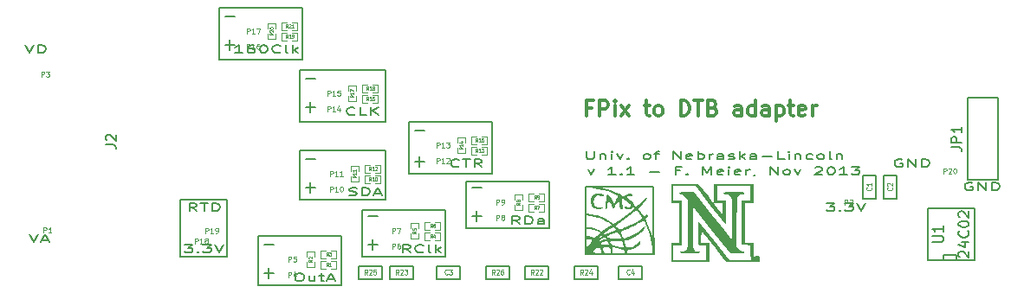
<source format=gto>
G04 (created by PCBNEW (2013-mar-13)-testing) date Sun 10 Nov 2013 04:18:21 PM CET*
%MOIN*%
G04 Gerber Fmt 3.4, Leading zero omitted, Abs format*
%FSLAX34Y34*%
G01*
G70*
G90*
G04 APERTURE LIST*
%ADD10C,0.005906*%
%ADD11C,0.006000*%
%ADD12C,0.011811*%
%ADD13C,0.005000*%
%ADD14C,0.002800*%
%ADD15C,0.000100*%
%ADD16C,0.004500*%
%ADD17C,0.001969*%
G04 APERTURE END LIST*
G54D10*
G54D11*
X77057Y-54850D02*
X77009Y-54835D01*
X76938Y-54835D01*
X76866Y-54850D01*
X76819Y-54878D01*
X76795Y-54907D01*
X76771Y-54964D01*
X76771Y-55007D01*
X76795Y-55064D01*
X76819Y-55092D01*
X76866Y-55121D01*
X76938Y-55135D01*
X76985Y-55135D01*
X77057Y-55121D01*
X77080Y-55107D01*
X77080Y-55007D01*
X76985Y-55007D01*
X77295Y-55135D02*
X77295Y-54835D01*
X77580Y-55135D01*
X77580Y-54835D01*
X77819Y-55135D02*
X77819Y-54835D01*
X77938Y-54835D01*
X78009Y-54850D01*
X78057Y-54878D01*
X78080Y-54907D01*
X78104Y-54964D01*
X78104Y-55007D01*
X78080Y-55064D01*
X78057Y-55092D01*
X78009Y-55121D01*
X77938Y-55135D01*
X77819Y-55135D01*
X74357Y-53950D02*
X74309Y-53935D01*
X74238Y-53935D01*
X74166Y-53950D01*
X74119Y-53978D01*
X74095Y-54007D01*
X74071Y-54064D01*
X74071Y-54107D01*
X74095Y-54164D01*
X74119Y-54192D01*
X74166Y-54221D01*
X74238Y-54235D01*
X74285Y-54235D01*
X74357Y-54221D01*
X74380Y-54207D01*
X74380Y-54107D01*
X74285Y-54107D01*
X74595Y-54235D02*
X74595Y-53935D01*
X74880Y-54235D01*
X74880Y-53935D01*
X75119Y-54235D02*
X75119Y-53935D01*
X75238Y-53935D01*
X75309Y-53950D01*
X75357Y-53978D01*
X75380Y-54007D01*
X75404Y-54064D01*
X75404Y-54107D01*
X75380Y-54164D01*
X75357Y-54192D01*
X75309Y-54221D01*
X75238Y-54235D01*
X75119Y-54235D01*
X71452Y-55635D02*
X71761Y-55635D01*
X71595Y-55750D01*
X71666Y-55750D01*
X71714Y-55764D01*
X71738Y-55778D01*
X71761Y-55807D01*
X71761Y-55878D01*
X71738Y-55907D01*
X71714Y-55921D01*
X71666Y-55935D01*
X71523Y-55935D01*
X71476Y-55921D01*
X71452Y-55907D01*
X71976Y-55907D02*
X72000Y-55921D01*
X71976Y-55935D01*
X71952Y-55921D01*
X71976Y-55907D01*
X71976Y-55935D01*
X72166Y-55635D02*
X72476Y-55635D01*
X72309Y-55750D01*
X72380Y-55750D01*
X72428Y-55764D01*
X72452Y-55778D01*
X72476Y-55807D01*
X72476Y-55878D01*
X72452Y-55907D01*
X72428Y-55921D01*
X72380Y-55935D01*
X72238Y-55935D01*
X72190Y-55921D01*
X72166Y-55907D01*
X72619Y-55635D02*
X72785Y-55935D01*
X72952Y-55635D01*
X40619Y-49535D02*
X40785Y-49835D01*
X40952Y-49535D01*
X41119Y-49835D02*
X41119Y-49535D01*
X41238Y-49535D01*
X41309Y-49550D01*
X41357Y-49578D01*
X41380Y-49607D01*
X41404Y-49664D01*
X41404Y-49707D01*
X41380Y-49764D01*
X41357Y-49792D01*
X41309Y-49821D01*
X41238Y-49835D01*
X41119Y-49835D01*
X40790Y-56835D02*
X40957Y-57135D01*
X41123Y-56835D01*
X41266Y-57050D02*
X41504Y-57050D01*
X41219Y-57135D02*
X41385Y-56835D01*
X41552Y-57135D01*
X46600Y-55500D02*
X46600Y-57700D01*
X48400Y-55500D02*
X46600Y-55500D01*
X48400Y-57700D02*
X48400Y-55500D01*
X46600Y-57700D02*
X48400Y-57700D01*
X46752Y-57235D02*
X47061Y-57235D01*
X46895Y-57350D01*
X46966Y-57350D01*
X47014Y-57364D01*
X47038Y-57378D01*
X47061Y-57407D01*
X47061Y-57478D01*
X47038Y-57507D01*
X47014Y-57521D01*
X46966Y-57535D01*
X46823Y-57535D01*
X46776Y-57521D01*
X46752Y-57507D01*
X47276Y-57507D02*
X47300Y-57521D01*
X47276Y-57535D01*
X47252Y-57521D01*
X47276Y-57507D01*
X47276Y-57535D01*
X47466Y-57235D02*
X47776Y-57235D01*
X47609Y-57350D01*
X47680Y-57350D01*
X47728Y-57364D01*
X47752Y-57378D01*
X47776Y-57407D01*
X47776Y-57478D01*
X47752Y-57507D01*
X47728Y-57521D01*
X47680Y-57535D01*
X47538Y-57535D01*
X47490Y-57521D01*
X47466Y-57507D01*
X47919Y-57235D02*
X48085Y-57535D01*
X48252Y-57235D01*
X47223Y-55935D02*
X47057Y-55792D01*
X46938Y-55935D02*
X46938Y-55635D01*
X47128Y-55635D01*
X47176Y-55650D01*
X47200Y-55664D01*
X47223Y-55692D01*
X47223Y-55735D01*
X47200Y-55764D01*
X47176Y-55778D01*
X47128Y-55792D01*
X46938Y-55792D01*
X47366Y-55635D02*
X47652Y-55635D01*
X47509Y-55935D02*
X47509Y-55635D01*
X47819Y-55935D02*
X47819Y-55635D01*
X47938Y-55635D01*
X48009Y-55650D01*
X48057Y-55678D01*
X48080Y-55707D01*
X48104Y-55764D01*
X48104Y-55807D01*
X48080Y-55864D01*
X48057Y-55892D01*
X48009Y-55921D01*
X47938Y-55935D01*
X47819Y-55935D01*
X57600Y-54800D02*
X57600Y-56600D01*
X60800Y-54800D02*
X57600Y-54800D01*
X60800Y-56600D02*
X60800Y-54800D01*
X57600Y-56600D02*
X60800Y-56600D01*
X53600Y-57700D02*
X53800Y-57700D01*
X53600Y-55900D02*
X53600Y-57700D01*
X53700Y-55900D02*
X53600Y-55900D01*
X56800Y-55900D02*
X53700Y-55900D01*
X56800Y-57700D02*
X56800Y-55900D01*
X56700Y-57700D02*
X56800Y-57700D01*
X53700Y-57700D02*
X56700Y-57700D01*
X53809Y-57235D02*
X54190Y-57235D01*
X54000Y-57426D02*
X54000Y-57045D01*
X49600Y-56900D02*
X49600Y-58800D01*
X52800Y-56900D02*
X49600Y-56900D01*
X52800Y-58800D02*
X52800Y-56900D01*
X52700Y-58800D02*
X52800Y-58800D01*
X49600Y-58800D02*
X52700Y-58800D01*
X51200Y-55500D02*
X51400Y-55500D01*
X51200Y-53600D02*
X51200Y-55500D01*
X54500Y-53600D02*
X51200Y-53600D01*
X54500Y-55500D02*
X54500Y-53600D01*
X51300Y-55500D02*
X54500Y-55500D01*
X48100Y-48100D02*
X48100Y-50100D01*
X51300Y-48100D02*
X48100Y-48100D01*
X51300Y-50100D02*
X51300Y-48100D01*
X48100Y-50100D02*
X51300Y-50100D01*
X51200Y-52500D02*
X51400Y-52500D01*
X51200Y-50500D02*
X51200Y-52500D01*
X51300Y-50500D02*
X51200Y-50500D01*
X54500Y-50500D02*
X51300Y-50500D01*
X54500Y-52500D02*
X54500Y-50500D01*
X51300Y-52500D02*
X54500Y-52500D01*
X48309Y-48435D02*
X48690Y-48435D01*
X48309Y-49535D02*
X48690Y-49535D01*
X48500Y-49726D02*
X48500Y-49345D01*
X48985Y-49835D02*
X48700Y-49835D01*
X48842Y-49835D02*
X48842Y-49535D01*
X48795Y-49578D01*
X48747Y-49607D01*
X48700Y-49621D01*
X49414Y-49535D02*
X49319Y-49535D01*
X49271Y-49550D01*
X49247Y-49564D01*
X49200Y-49607D01*
X49176Y-49664D01*
X49176Y-49778D01*
X49200Y-49807D01*
X49223Y-49821D01*
X49271Y-49835D01*
X49366Y-49835D01*
X49414Y-49821D01*
X49438Y-49807D01*
X49461Y-49778D01*
X49461Y-49707D01*
X49438Y-49678D01*
X49414Y-49664D01*
X49366Y-49650D01*
X49271Y-49650D01*
X49223Y-49664D01*
X49200Y-49678D01*
X49176Y-49707D01*
X49771Y-49535D02*
X49819Y-49535D01*
X49866Y-49550D01*
X49890Y-49564D01*
X49914Y-49592D01*
X49938Y-49650D01*
X49938Y-49721D01*
X49914Y-49778D01*
X49890Y-49807D01*
X49866Y-49821D01*
X49819Y-49835D01*
X49771Y-49835D01*
X49723Y-49821D01*
X49700Y-49807D01*
X49676Y-49778D01*
X49652Y-49721D01*
X49652Y-49650D01*
X49676Y-49592D01*
X49700Y-49564D01*
X49723Y-49550D01*
X49771Y-49535D01*
X50438Y-49807D02*
X50414Y-49821D01*
X50342Y-49835D01*
X50295Y-49835D01*
X50223Y-49821D01*
X50176Y-49792D01*
X50152Y-49764D01*
X50128Y-49707D01*
X50128Y-49664D01*
X50152Y-49607D01*
X50176Y-49578D01*
X50223Y-49550D01*
X50295Y-49535D01*
X50342Y-49535D01*
X50414Y-49550D01*
X50438Y-49564D01*
X50723Y-49835D02*
X50676Y-49821D01*
X50652Y-49792D01*
X50652Y-49535D01*
X50914Y-49835D02*
X50914Y-49535D01*
X50961Y-49721D02*
X51104Y-49835D01*
X51104Y-49635D02*
X50914Y-49750D01*
X59652Y-56435D02*
X59485Y-56292D01*
X59366Y-56435D02*
X59366Y-56135D01*
X59557Y-56135D01*
X59604Y-56150D01*
X59628Y-56164D01*
X59652Y-56192D01*
X59652Y-56235D01*
X59628Y-56264D01*
X59604Y-56278D01*
X59557Y-56292D01*
X59366Y-56292D01*
X59866Y-56435D02*
X59866Y-56135D01*
X59985Y-56135D01*
X60057Y-56150D01*
X60104Y-56178D01*
X60128Y-56207D01*
X60152Y-56264D01*
X60152Y-56307D01*
X60128Y-56364D01*
X60104Y-56392D01*
X60057Y-56421D01*
X59985Y-56435D01*
X59866Y-56435D01*
X60580Y-56435D02*
X60580Y-56278D01*
X60557Y-56250D01*
X60509Y-56235D01*
X60414Y-56235D01*
X60366Y-56250D01*
X60580Y-56421D02*
X60533Y-56435D01*
X60414Y-56435D01*
X60366Y-56421D01*
X60342Y-56392D01*
X60342Y-56364D01*
X60366Y-56335D01*
X60414Y-56321D01*
X60533Y-56321D01*
X60580Y-56307D01*
X49809Y-58335D02*
X50190Y-58335D01*
X50000Y-58526D02*
X50000Y-58145D01*
X51409Y-55035D02*
X51790Y-55035D01*
X51600Y-55226D02*
X51600Y-54845D01*
X57809Y-56135D02*
X58190Y-56135D01*
X58000Y-56326D02*
X58000Y-55945D01*
X57809Y-55035D02*
X58190Y-55035D01*
X53809Y-56135D02*
X54190Y-56135D01*
X49809Y-57235D02*
X50190Y-57235D01*
X51409Y-53935D02*
X51790Y-53935D01*
X55438Y-57535D02*
X55271Y-57392D01*
X55152Y-57535D02*
X55152Y-57235D01*
X55342Y-57235D01*
X55390Y-57250D01*
X55414Y-57264D01*
X55438Y-57292D01*
X55438Y-57335D01*
X55414Y-57364D01*
X55390Y-57378D01*
X55342Y-57392D01*
X55152Y-57392D01*
X55938Y-57507D02*
X55914Y-57521D01*
X55842Y-57535D01*
X55795Y-57535D01*
X55723Y-57521D01*
X55676Y-57492D01*
X55652Y-57464D01*
X55628Y-57407D01*
X55628Y-57364D01*
X55652Y-57307D01*
X55676Y-57278D01*
X55723Y-57250D01*
X55795Y-57235D01*
X55842Y-57235D01*
X55914Y-57250D01*
X55938Y-57264D01*
X56223Y-57535D02*
X56176Y-57521D01*
X56152Y-57492D01*
X56152Y-57235D01*
X56414Y-57535D02*
X56414Y-57235D01*
X56461Y-57421D02*
X56604Y-57535D01*
X56604Y-57335D02*
X56414Y-57450D01*
X51123Y-58335D02*
X51219Y-58335D01*
X51266Y-58350D01*
X51314Y-58378D01*
X51338Y-58435D01*
X51338Y-58535D01*
X51314Y-58592D01*
X51266Y-58621D01*
X51219Y-58635D01*
X51123Y-58635D01*
X51076Y-58621D01*
X51028Y-58592D01*
X51004Y-58535D01*
X51004Y-58435D01*
X51028Y-58378D01*
X51076Y-58350D01*
X51123Y-58335D01*
X51766Y-58435D02*
X51766Y-58635D01*
X51552Y-58435D02*
X51552Y-58592D01*
X51576Y-58621D01*
X51623Y-58635D01*
X51695Y-58635D01*
X51742Y-58621D01*
X51766Y-58607D01*
X51933Y-58435D02*
X52123Y-58435D01*
X52004Y-58335D02*
X52004Y-58592D01*
X52028Y-58621D01*
X52076Y-58635D01*
X52123Y-58635D01*
X52266Y-58550D02*
X52504Y-58550D01*
X52219Y-58635D02*
X52385Y-58335D01*
X52552Y-58635D01*
X53090Y-55321D02*
X53161Y-55335D01*
X53280Y-55335D01*
X53328Y-55321D01*
X53352Y-55307D01*
X53376Y-55278D01*
X53376Y-55250D01*
X53352Y-55221D01*
X53328Y-55207D01*
X53280Y-55192D01*
X53185Y-55178D01*
X53138Y-55164D01*
X53114Y-55150D01*
X53090Y-55121D01*
X53090Y-55092D01*
X53114Y-55064D01*
X53138Y-55050D01*
X53185Y-55035D01*
X53304Y-55035D01*
X53376Y-55050D01*
X53590Y-55335D02*
X53590Y-55035D01*
X53709Y-55035D01*
X53780Y-55050D01*
X53828Y-55078D01*
X53852Y-55107D01*
X53876Y-55164D01*
X53876Y-55207D01*
X53852Y-55264D01*
X53828Y-55292D01*
X53780Y-55321D01*
X53709Y-55335D01*
X53590Y-55335D01*
X54066Y-55250D02*
X54304Y-55250D01*
X54019Y-55335D02*
X54185Y-55035D01*
X54352Y-55335D01*
X53300Y-52207D02*
X53276Y-52221D01*
X53204Y-52235D01*
X53157Y-52235D01*
X53085Y-52221D01*
X53038Y-52192D01*
X53014Y-52164D01*
X52990Y-52107D01*
X52990Y-52064D01*
X53014Y-52007D01*
X53038Y-51978D01*
X53085Y-51950D01*
X53157Y-51935D01*
X53204Y-51935D01*
X53276Y-51950D01*
X53300Y-51964D01*
X53752Y-52235D02*
X53514Y-52235D01*
X53514Y-51935D01*
X53919Y-52235D02*
X53919Y-51935D01*
X54204Y-52235D02*
X53990Y-52064D01*
X54204Y-51935D02*
X53919Y-52107D01*
X51409Y-51935D02*
X51790Y-51935D01*
X51600Y-52126D02*
X51600Y-51745D01*
X51409Y-50835D02*
X51790Y-50835D01*
X55400Y-52500D02*
X55400Y-54500D01*
X58600Y-52500D02*
X55400Y-52500D01*
X58600Y-54500D02*
X58600Y-52500D01*
X55400Y-54500D02*
X58600Y-54500D01*
X55609Y-52835D02*
X55990Y-52835D01*
X55609Y-54035D02*
X55990Y-54035D01*
X55800Y-54226D02*
X55800Y-53845D01*
X57314Y-54207D02*
X57290Y-54221D01*
X57219Y-54235D01*
X57171Y-54235D01*
X57100Y-54221D01*
X57052Y-54192D01*
X57028Y-54164D01*
X57004Y-54107D01*
X57004Y-54064D01*
X57028Y-54007D01*
X57052Y-53978D01*
X57100Y-53950D01*
X57171Y-53935D01*
X57219Y-53935D01*
X57290Y-53950D01*
X57314Y-53964D01*
X57457Y-53935D02*
X57742Y-53935D01*
X57600Y-54235D02*
X57600Y-53935D01*
X58195Y-54235D02*
X58028Y-54092D01*
X57909Y-54235D02*
X57909Y-53935D01*
X58100Y-53935D01*
X58147Y-53950D01*
X58171Y-53964D01*
X58195Y-53992D01*
X58195Y-54035D01*
X58171Y-54064D01*
X58147Y-54078D01*
X58100Y-54092D01*
X57909Y-54092D01*
X62271Y-54335D02*
X62390Y-54535D01*
X62509Y-54335D01*
X63342Y-54535D02*
X63057Y-54535D01*
X63200Y-54535D02*
X63200Y-54235D01*
X63152Y-54278D01*
X63104Y-54307D01*
X63057Y-54321D01*
X63557Y-54507D02*
X63580Y-54521D01*
X63557Y-54535D01*
X63533Y-54521D01*
X63557Y-54507D01*
X63557Y-54535D01*
X64057Y-54535D02*
X63771Y-54535D01*
X63914Y-54535D02*
X63914Y-54235D01*
X63866Y-54278D01*
X63819Y-54307D01*
X63771Y-54321D01*
X64652Y-54421D02*
X65033Y-54421D01*
X65819Y-54378D02*
X65652Y-54378D01*
X65652Y-54535D02*
X65652Y-54235D01*
X65890Y-54235D01*
X66080Y-54507D02*
X66104Y-54521D01*
X66080Y-54535D01*
X66057Y-54521D01*
X66080Y-54507D01*
X66080Y-54535D01*
X66700Y-54535D02*
X66700Y-54235D01*
X66866Y-54450D01*
X67033Y-54235D01*
X67033Y-54535D01*
X67461Y-54521D02*
X67414Y-54535D01*
X67319Y-54535D01*
X67271Y-54521D01*
X67247Y-54492D01*
X67247Y-54378D01*
X67271Y-54350D01*
X67319Y-54335D01*
X67414Y-54335D01*
X67461Y-54350D01*
X67485Y-54378D01*
X67485Y-54407D01*
X67247Y-54435D01*
X67700Y-54535D02*
X67700Y-54335D01*
X67700Y-54235D02*
X67676Y-54250D01*
X67700Y-54264D01*
X67723Y-54250D01*
X67700Y-54235D01*
X67700Y-54264D01*
X68128Y-54521D02*
X68080Y-54535D01*
X67985Y-54535D01*
X67938Y-54521D01*
X67914Y-54492D01*
X67914Y-54378D01*
X67938Y-54350D01*
X67985Y-54335D01*
X68080Y-54335D01*
X68128Y-54350D01*
X68152Y-54378D01*
X68152Y-54407D01*
X67914Y-54435D01*
X68366Y-54535D02*
X68366Y-54335D01*
X68366Y-54392D02*
X68390Y-54364D01*
X68414Y-54350D01*
X68461Y-54335D01*
X68509Y-54335D01*
X68699Y-54521D02*
X68699Y-54535D01*
X68676Y-54564D01*
X68652Y-54578D01*
X69295Y-54535D02*
X69295Y-54235D01*
X69580Y-54535D01*
X69580Y-54235D01*
X69890Y-54535D02*
X69842Y-54521D01*
X69819Y-54507D01*
X69795Y-54478D01*
X69795Y-54392D01*
X69819Y-54364D01*
X69842Y-54350D01*
X69890Y-54335D01*
X69961Y-54335D01*
X70009Y-54350D01*
X70033Y-54364D01*
X70057Y-54392D01*
X70057Y-54478D01*
X70033Y-54507D01*
X70009Y-54521D01*
X69961Y-54535D01*
X69890Y-54535D01*
X70223Y-54335D02*
X70342Y-54535D01*
X70461Y-54335D01*
X71009Y-54264D02*
X71033Y-54250D01*
X71080Y-54235D01*
X71199Y-54235D01*
X71247Y-54250D01*
X71271Y-54264D01*
X71295Y-54292D01*
X71295Y-54321D01*
X71271Y-54364D01*
X70985Y-54535D01*
X71295Y-54535D01*
X71604Y-54235D02*
X71652Y-54235D01*
X71699Y-54250D01*
X71723Y-54264D01*
X71747Y-54292D01*
X71771Y-54350D01*
X71771Y-54421D01*
X71747Y-54478D01*
X71723Y-54507D01*
X71699Y-54521D01*
X71652Y-54535D01*
X71604Y-54535D01*
X71557Y-54521D01*
X71533Y-54507D01*
X71509Y-54478D01*
X71485Y-54421D01*
X71485Y-54350D01*
X71509Y-54292D01*
X71533Y-54264D01*
X71557Y-54250D01*
X71604Y-54235D01*
X72247Y-54535D02*
X71961Y-54535D01*
X72104Y-54535D02*
X72104Y-54235D01*
X72057Y-54278D01*
X72009Y-54307D01*
X71961Y-54321D01*
X72414Y-54235D02*
X72723Y-54235D01*
X72557Y-54350D01*
X72628Y-54350D01*
X72676Y-54364D01*
X72700Y-54378D01*
X72723Y-54407D01*
X72723Y-54478D01*
X72700Y-54507D01*
X72676Y-54521D01*
X72628Y-54535D01*
X72485Y-54535D01*
X72438Y-54521D01*
X72414Y-54507D01*
G54D12*
X62409Y-51957D02*
X62213Y-51957D01*
X62213Y-52267D02*
X62213Y-51676D01*
X62494Y-51676D01*
X62719Y-52267D02*
X62719Y-51676D01*
X62944Y-51676D01*
X63000Y-51704D01*
X63028Y-51732D01*
X63056Y-51789D01*
X63056Y-51873D01*
X63028Y-51929D01*
X63000Y-51957D01*
X62944Y-51985D01*
X62719Y-51985D01*
X63309Y-52267D02*
X63309Y-51873D01*
X63309Y-51676D02*
X63281Y-51704D01*
X63309Y-51732D01*
X63337Y-51704D01*
X63309Y-51676D01*
X63309Y-51732D01*
X63534Y-52267D02*
X63844Y-51873D01*
X63534Y-51873D02*
X63844Y-52267D01*
X64434Y-51873D02*
X64659Y-51873D01*
X64519Y-51676D02*
X64519Y-52182D01*
X64547Y-52239D01*
X64603Y-52267D01*
X64659Y-52267D01*
X64940Y-52267D02*
X64884Y-52239D01*
X64856Y-52210D01*
X64828Y-52154D01*
X64828Y-51985D01*
X64856Y-51929D01*
X64884Y-51901D01*
X64940Y-51873D01*
X65025Y-51873D01*
X65081Y-51901D01*
X65109Y-51929D01*
X65137Y-51985D01*
X65137Y-52154D01*
X65109Y-52210D01*
X65081Y-52239D01*
X65025Y-52267D01*
X64940Y-52267D01*
X65840Y-52267D02*
X65840Y-51676D01*
X65981Y-51676D01*
X66065Y-51704D01*
X66121Y-51760D01*
X66150Y-51817D01*
X66178Y-51929D01*
X66178Y-52014D01*
X66150Y-52126D01*
X66121Y-52182D01*
X66065Y-52239D01*
X65981Y-52267D01*
X65840Y-52267D01*
X66346Y-51676D02*
X66684Y-51676D01*
X66515Y-52267D02*
X66515Y-51676D01*
X67078Y-51957D02*
X67162Y-51985D01*
X67190Y-52014D01*
X67218Y-52070D01*
X67218Y-52154D01*
X67190Y-52210D01*
X67162Y-52239D01*
X67106Y-52267D01*
X66881Y-52267D01*
X66881Y-51676D01*
X67078Y-51676D01*
X67134Y-51704D01*
X67162Y-51732D01*
X67190Y-51789D01*
X67190Y-51845D01*
X67162Y-51901D01*
X67134Y-51929D01*
X67078Y-51957D01*
X66881Y-51957D01*
X68174Y-52267D02*
X68174Y-51957D01*
X68146Y-51901D01*
X68090Y-51873D01*
X67977Y-51873D01*
X67921Y-51901D01*
X68174Y-52239D02*
X68118Y-52267D01*
X67977Y-52267D01*
X67921Y-52239D01*
X67893Y-52182D01*
X67893Y-52126D01*
X67921Y-52070D01*
X67977Y-52042D01*
X68118Y-52042D01*
X68174Y-52014D01*
X68709Y-52267D02*
X68709Y-51676D01*
X68709Y-52239D02*
X68652Y-52267D01*
X68540Y-52267D01*
X68484Y-52239D01*
X68456Y-52210D01*
X68427Y-52154D01*
X68427Y-51985D01*
X68456Y-51929D01*
X68484Y-51901D01*
X68540Y-51873D01*
X68652Y-51873D01*
X68709Y-51901D01*
X69243Y-52267D02*
X69243Y-51957D01*
X69215Y-51901D01*
X69159Y-51873D01*
X69046Y-51873D01*
X68990Y-51901D01*
X69243Y-52239D02*
X69187Y-52267D01*
X69046Y-52267D01*
X68990Y-52239D01*
X68962Y-52182D01*
X68962Y-52126D01*
X68990Y-52070D01*
X69046Y-52042D01*
X69187Y-52042D01*
X69243Y-52014D01*
X69524Y-51873D02*
X69524Y-52464D01*
X69524Y-51901D02*
X69580Y-51873D01*
X69693Y-51873D01*
X69749Y-51901D01*
X69777Y-51929D01*
X69805Y-51985D01*
X69805Y-52154D01*
X69777Y-52210D01*
X69749Y-52239D01*
X69693Y-52267D01*
X69580Y-52267D01*
X69524Y-52239D01*
X69974Y-51873D02*
X70199Y-51873D01*
X70058Y-51676D02*
X70058Y-52182D01*
X70087Y-52239D01*
X70143Y-52267D01*
X70199Y-52267D01*
X70621Y-52239D02*
X70565Y-52267D01*
X70452Y-52267D01*
X70396Y-52239D01*
X70368Y-52182D01*
X70368Y-51957D01*
X70396Y-51901D01*
X70452Y-51873D01*
X70565Y-51873D01*
X70621Y-51901D01*
X70649Y-51957D01*
X70649Y-52014D01*
X70368Y-52070D01*
X70902Y-52267D02*
X70902Y-51873D01*
X70902Y-51985D02*
X70930Y-51929D01*
X70958Y-51901D01*
X71015Y-51873D01*
X71071Y-51873D01*
G54D11*
X62219Y-53635D02*
X62219Y-53878D01*
X62242Y-53907D01*
X62266Y-53921D01*
X62314Y-53935D01*
X62409Y-53935D01*
X62457Y-53921D01*
X62480Y-53907D01*
X62504Y-53878D01*
X62504Y-53635D01*
X62742Y-53735D02*
X62742Y-53935D01*
X62742Y-53764D02*
X62766Y-53750D01*
X62814Y-53735D01*
X62885Y-53735D01*
X62933Y-53750D01*
X62957Y-53778D01*
X62957Y-53935D01*
X63195Y-53935D02*
X63195Y-53735D01*
X63195Y-53635D02*
X63171Y-53650D01*
X63195Y-53664D01*
X63219Y-53650D01*
X63195Y-53635D01*
X63195Y-53664D01*
X63385Y-53735D02*
X63504Y-53935D01*
X63623Y-53735D01*
X63814Y-53907D02*
X63838Y-53921D01*
X63814Y-53935D01*
X63790Y-53921D01*
X63814Y-53907D01*
X63814Y-53935D01*
X64504Y-53935D02*
X64457Y-53921D01*
X64433Y-53907D01*
X64409Y-53878D01*
X64409Y-53792D01*
X64433Y-53764D01*
X64457Y-53750D01*
X64504Y-53735D01*
X64576Y-53735D01*
X64623Y-53750D01*
X64647Y-53764D01*
X64671Y-53792D01*
X64671Y-53878D01*
X64647Y-53907D01*
X64623Y-53921D01*
X64576Y-53935D01*
X64504Y-53935D01*
X64814Y-53735D02*
X65004Y-53735D01*
X64885Y-53935D02*
X64885Y-53678D01*
X64909Y-53650D01*
X64957Y-53635D01*
X65004Y-53635D01*
X65552Y-53935D02*
X65552Y-53635D01*
X65838Y-53935D01*
X65838Y-53635D01*
X66266Y-53921D02*
X66219Y-53935D01*
X66123Y-53935D01*
X66076Y-53921D01*
X66052Y-53892D01*
X66052Y-53778D01*
X66076Y-53750D01*
X66123Y-53735D01*
X66219Y-53735D01*
X66266Y-53750D01*
X66290Y-53778D01*
X66290Y-53807D01*
X66052Y-53835D01*
X66504Y-53935D02*
X66504Y-53635D01*
X66504Y-53750D02*
X66552Y-53735D01*
X66647Y-53735D01*
X66695Y-53750D01*
X66719Y-53764D01*
X66742Y-53792D01*
X66742Y-53878D01*
X66719Y-53907D01*
X66695Y-53921D01*
X66647Y-53935D01*
X66552Y-53935D01*
X66504Y-53921D01*
X66957Y-53935D02*
X66957Y-53735D01*
X66957Y-53792D02*
X66980Y-53764D01*
X67004Y-53750D01*
X67052Y-53735D01*
X67100Y-53735D01*
X67480Y-53935D02*
X67480Y-53778D01*
X67457Y-53750D01*
X67409Y-53735D01*
X67314Y-53735D01*
X67266Y-53750D01*
X67480Y-53921D02*
X67433Y-53935D01*
X67314Y-53935D01*
X67266Y-53921D01*
X67242Y-53892D01*
X67242Y-53864D01*
X67266Y-53835D01*
X67314Y-53821D01*
X67433Y-53821D01*
X67480Y-53807D01*
X67695Y-53921D02*
X67742Y-53935D01*
X67838Y-53935D01*
X67885Y-53921D01*
X67909Y-53892D01*
X67909Y-53878D01*
X67885Y-53850D01*
X67838Y-53835D01*
X67766Y-53835D01*
X67719Y-53821D01*
X67695Y-53792D01*
X67695Y-53778D01*
X67719Y-53750D01*
X67766Y-53735D01*
X67838Y-53735D01*
X67885Y-53750D01*
X68123Y-53935D02*
X68123Y-53635D01*
X68171Y-53821D02*
X68314Y-53935D01*
X68314Y-53735D02*
X68123Y-53850D01*
X68742Y-53935D02*
X68742Y-53778D01*
X68719Y-53750D01*
X68671Y-53735D01*
X68576Y-53735D01*
X68528Y-53750D01*
X68742Y-53921D02*
X68695Y-53935D01*
X68576Y-53935D01*
X68528Y-53921D01*
X68504Y-53892D01*
X68504Y-53864D01*
X68528Y-53835D01*
X68576Y-53821D01*
X68695Y-53821D01*
X68742Y-53807D01*
X68980Y-53821D02*
X69361Y-53821D01*
X69838Y-53935D02*
X69600Y-53935D01*
X69600Y-53635D01*
X70004Y-53935D02*
X70004Y-53735D01*
X70004Y-53635D02*
X69980Y-53650D01*
X70004Y-53664D01*
X70028Y-53650D01*
X70004Y-53635D01*
X70004Y-53664D01*
X70242Y-53735D02*
X70242Y-53935D01*
X70242Y-53764D02*
X70266Y-53750D01*
X70314Y-53735D01*
X70385Y-53735D01*
X70433Y-53750D01*
X70457Y-53778D01*
X70457Y-53935D01*
X70909Y-53921D02*
X70861Y-53935D01*
X70766Y-53935D01*
X70719Y-53921D01*
X70695Y-53907D01*
X70671Y-53878D01*
X70671Y-53792D01*
X70695Y-53764D01*
X70719Y-53750D01*
X70766Y-53735D01*
X70861Y-53735D01*
X70909Y-53750D01*
X71195Y-53935D02*
X71147Y-53921D01*
X71123Y-53907D01*
X71100Y-53878D01*
X71100Y-53792D01*
X71123Y-53764D01*
X71147Y-53750D01*
X71195Y-53735D01*
X71266Y-53735D01*
X71314Y-53750D01*
X71338Y-53764D01*
X71361Y-53792D01*
X71361Y-53878D01*
X71338Y-53907D01*
X71314Y-53921D01*
X71266Y-53935D01*
X71195Y-53935D01*
X71647Y-53935D02*
X71600Y-53921D01*
X71576Y-53892D01*
X71576Y-53635D01*
X71838Y-53735D02*
X71838Y-53935D01*
X71838Y-53764D02*
X71861Y-53750D01*
X71909Y-53735D01*
X71980Y-53735D01*
X72028Y-53750D01*
X72052Y-53778D01*
X72052Y-53935D01*
G54D13*
X73350Y-54550D02*
X73350Y-55450D01*
X73350Y-55450D02*
X72850Y-55450D01*
X72850Y-55450D02*
X72850Y-54550D01*
X72850Y-54550D02*
X73350Y-54550D01*
X74150Y-54550D02*
X74150Y-55450D01*
X74150Y-55450D02*
X73650Y-55450D01*
X73650Y-55450D02*
X73650Y-54550D01*
X73650Y-54550D02*
X74150Y-54550D01*
X56450Y-58050D02*
X57350Y-58050D01*
X57350Y-58050D02*
X57350Y-58550D01*
X57350Y-58550D02*
X56450Y-58550D01*
X56450Y-58550D02*
X56450Y-58050D01*
X63450Y-58050D02*
X64350Y-58050D01*
X64350Y-58050D02*
X64350Y-58550D01*
X64350Y-58550D02*
X63450Y-58550D01*
X63450Y-58550D02*
X63450Y-58050D01*
G54D10*
X78050Y-54724D02*
X78050Y-51575D01*
X78050Y-51575D02*
X76869Y-51575D01*
X76869Y-51575D02*
X76869Y-54724D01*
X76869Y-54724D02*
X78050Y-54724D01*
G54D13*
X59850Y-58050D02*
X60750Y-58050D01*
X60750Y-58050D02*
X60750Y-58550D01*
X60750Y-58550D02*
X59850Y-58550D01*
X59850Y-58550D02*
X59850Y-58050D01*
X54650Y-58050D02*
X55550Y-58050D01*
X55550Y-58050D02*
X55550Y-58550D01*
X55550Y-58550D02*
X54650Y-58550D01*
X54650Y-58550D02*
X54650Y-58050D01*
X61750Y-58050D02*
X62650Y-58050D01*
X62650Y-58050D02*
X62650Y-58550D01*
X62650Y-58550D02*
X61750Y-58550D01*
X61750Y-58550D02*
X61750Y-58050D01*
X54350Y-58550D02*
X53450Y-58550D01*
X53450Y-58550D02*
X53450Y-58050D01*
X53450Y-58050D02*
X54350Y-58050D01*
X54350Y-58050D02*
X54350Y-58550D01*
X59250Y-58550D02*
X58350Y-58550D01*
X58350Y-58550D02*
X58350Y-58050D01*
X58350Y-58050D02*
X59250Y-58050D01*
X59250Y-58050D02*
X59250Y-58550D01*
X75350Y-57830D02*
X75350Y-55830D01*
X75350Y-55830D02*
X77150Y-55830D01*
X77150Y-55830D02*
X77150Y-57830D01*
X77150Y-57830D02*
X75350Y-57830D01*
X75950Y-57830D02*
X75950Y-57630D01*
X75950Y-57630D02*
X76450Y-57630D01*
X76450Y-57630D02*
X76450Y-57830D01*
G54D14*
X54000Y-51750D02*
X54200Y-51750D01*
X54200Y-51750D02*
X54200Y-51450D01*
X54200Y-51450D02*
X54000Y-51450D01*
X53800Y-51750D02*
X53600Y-51750D01*
X53600Y-51750D02*
X53600Y-51450D01*
X53600Y-51450D02*
X53800Y-51450D01*
X54000Y-51350D02*
X54200Y-51350D01*
X54200Y-51350D02*
X54200Y-51050D01*
X54200Y-51050D02*
X54000Y-51050D01*
X53800Y-51350D02*
X53600Y-51350D01*
X53600Y-51350D02*
X53600Y-51050D01*
X53600Y-51050D02*
X53800Y-51050D01*
X50900Y-48950D02*
X51100Y-48950D01*
X51100Y-48950D02*
X51100Y-48650D01*
X51100Y-48650D02*
X50900Y-48650D01*
X50700Y-48950D02*
X50500Y-48950D01*
X50500Y-48950D02*
X50500Y-48650D01*
X50500Y-48650D02*
X50700Y-48650D01*
X50900Y-49350D02*
X51100Y-49350D01*
X51100Y-49350D02*
X51100Y-49050D01*
X51100Y-49050D02*
X50900Y-49050D01*
X50700Y-49350D02*
X50500Y-49350D01*
X50500Y-49350D02*
X50500Y-49050D01*
X50500Y-49050D02*
X50700Y-49050D01*
X58200Y-53350D02*
X58400Y-53350D01*
X58400Y-53350D02*
X58400Y-53050D01*
X58400Y-53050D02*
X58200Y-53050D01*
X58000Y-53350D02*
X57800Y-53350D01*
X57800Y-53350D02*
X57800Y-53050D01*
X57800Y-53050D02*
X58000Y-53050D01*
X58200Y-53750D02*
X58400Y-53750D01*
X58400Y-53750D02*
X58400Y-53450D01*
X58400Y-53450D02*
X58200Y-53450D01*
X58000Y-53750D02*
X57800Y-53750D01*
X57800Y-53750D02*
X57800Y-53450D01*
X57800Y-53450D02*
X58000Y-53450D01*
X54100Y-54450D02*
X54300Y-54450D01*
X54300Y-54450D02*
X54300Y-54150D01*
X54300Y-54150D02*
X54100Y-54150D01*
X53900Y-54450D02*
X53700Y-54450D01*
X53700Y-54450D02*
X53700Y-54150D01*
X53700Y-54150D02*
X53900Y-54150D01*
X54100Y-54850D02*
X54300Y-54850D01*
X54300Y-54850D02*
X54300Y-54550D01*
X54300Y-54550D02*
X54100Y-54550D01*
X53900Y-54850D02*
X53700Y-54850D01*
X53700Y-54850D02*
X53700Y-54550D01*
X53700Y-54550D02*
X53900Y-54550D01*
X60400Y-55550D02*
X60600Y-55550D01*
X60600Y-55550D02*
X60600Y-55250D01*
X60600Y-55250D02*
X60400Y-55250D01*
X60200Y-55550D02*
X60000Y-55550D01*
X60000Y-55550D02*
X60000Y-55250D01*
X60000Y-55250D02*
X60200Y-55250D01*
X60400Y-55950D02*
X60600Y-55950D01*
X60600Y-55950D02*
X60600Y-55650D01*
X60600Y-55650D02*
X60400Y-55650D01*
X60200Y-55950D02*
X60000Y-55950D01*
X60000Y-55950D02*
X60000Y-55650D01*
X60000Y-55650D02*
X60200Y-55650D01*
X56400Y-56650D02*
X56600Y-56650D01*
X56600Y-56650D02*
X56600Y-56350D01*
X56600Y-56350D02*
X56400Y-56350D01*
X56200Y-56650D02*
X56000Y-56650D01*
X56000Y-56650D02*
X56000Y-56350D01*
X56000Y-56350D02*
X56200Y-56350D01*
X56400Y-57050D02*
X56600Y-57050D01*
X56600Y-57050D02*
X56600Y-56750D01*
X56600Y-56750D02*
X56400Y-56750D01*
X56200Y-57050D02*
X56000Y-57050D01*
X56000Y-57050D02*
X56000Y-56750D01*
X56000Y-56750D02*
X56200Y-56750D01*
X52400Y-57750D02*
X52600Y-57750D01*
X52600Y-57750D02*
X52600Y-57450D01*
X52600Y-57450D02*
X52400Y-57450D01*
X52200Y-57750D02*
X52000Y-57750D01*
X52000Y-57750D02*
X52000Y-57450D01*
X52000Y-57450D02*
X52200Y-57450D01*
X52400Y-58150D02*
X52600Y-58150D01*
X52600Y-58150D02*
X52600Y-57850D01*
X52600Y-57850D02*
X52400Y-57850D01*
X52200Y-58150D02*
X52000Y-58150D01*
X52000Y-58150D02*
X52000Y-57850D01*
X52000Y-57850D02*
X52200Y-57850D01*
X51450Y-57900D02*
X51450Y-58100D01*
X51450Y-58100D02*
X51750Y-58100D01*
X51750Y-58100D02*
X51750Y-57900D01*
X51450Y-57700D02*
X51450Y-57500D01*
X51450Y-57500D02*
X51750Y-57500D01*
X51750Y-57500D02*
X51750Y-57700D01*
X55450Y-56800D02*
X55450Y-57000D01*
X55450Y-57000D02*
X55750Y-57000D01*
X55750Y-57000D02*
X55750Y-56800D01*
X55450Y-56600D02*
X55450Y-56400D01*
X55450Y-56400D02*
X55750Y-56400D01*
X55750Y-56400D02*
X55750Y-56600D01*
X59450Y-55700D02*
X59450Y-55900D01*
X59450Y-55900D02*
X59750Y-55900D01*
X59750Y-55900D02*
X59750Y-55700D01*
X59450Y-55500D02*
X59450Y-55300D01*
X59450Y-55300D02*
X59750Y-55300D01*
X59750Y-55300D02*
X59750Y-55500D01*
X53150Y-54600D02*
X53150Y-54800D01*
X53150Y-54800D02*
X53450Y-54800D01*
X53450Y-54800D02*
X53450Y-54600D01*
X53150Y-54400D02*
X53150Y-54200D01*
X53150Y-54200D02*
X53450Y-54200D01*
X53450Y-54200D02*
X53450Y-54400D01*
X57250Y-53500D02*
X57250Y-53700D01*
X57250Y-53700D02*
X57550Y-53700D01*
X57550Y-53700D02*
X57550Y-53500D01*
X57250Y-53300D02*
X57250Y-53100D01*
X57250Y-53100D02*
X57550Y-53100D01*
X57550Y-53100D02*
X57550Y-53300D01*
X49950Y-49100D02*
X49950Y-49300D01*
X49950Y-49300D02*
X50250Y-49300D01*
X50250Y-49300D02*
X50250Y-49100D01*
X49950Y-48900D02*
X49950Y-48700D01*
X49950Y-48700D02*
X50250Y-48700D01*
X50250Y-48700D02*
X50250Y-48900D01*
X53350Y-51300D02*
X53350Y-51100D01*
X53350Y-51100D02*
X53050Y-51100D01*
X53050Y-51100D02*
X53050Y-51300D01*
X53350Y-51500D02*
X53350Y-51700D01*
X53350Y-51700D02*
X53050Y-51700D01*
X53050Y-51700D02*
X53050Y-51500D01*
G54D10*
X62200Y-57599D02*
X62200Y-55000D01*
X62200Y-55000D02*
X64799Y-55000D01*
X64799Y-55000D02*
X64799Y-57599D01*
G54D15*
G36*
X64834Y-57633D02*
X64793Y-57633D01*
X64793Y-55786D01*
X64793Y-55558D01*
X64791Y-55359D01*
X64787Y-55200D01*
X64782Y-55088D01*
X64775Y-55031D01*
X64773Y-55027D01*
X64734Y-55020D01*
X64637Y-55014D01*
X64490Y-55010D01*
X64302Y-55007D01*
X64081Y-55006D01*
X63837Y-55007D01*
X63764Y-55008D01*
X62783Y-55017D01*
X63017Y-55096D01*
X63153Y-55146D01*
X63283Y-55197D01*
X63375Y-55238D01*
X63451Y-55272D01*
X63495Y-55282D01*
X63500Y-55278D01*
X63520Y-55282D01*
X63571Y-55321D01*
X63576Y-55327D01*
X63631Y-55374D01*
X63665Y-55377D01*
X63706Y-55336D01*
X63709Y-55333D01*
X63773Y-55289D01*
X63855Y-55267D01*
X63935Y-55267D01*
X63989Y-55292D01*
X64000Y-55319D01*
X63984Y-55354D01*
X63928Y-55356D01*
X63904Y-55351D01*
X63819Y-55347D01*
X63784Y-55376D01*
X63800Y-55429D01*
X63867Y-55494D01*
X63901Y-55517D01*
X63979Y-55576D01*
X64027Y-55628D01*
X64033Y-55646D01*
X64057Y-55704D01*
X64085Y-55735D01*
X64118Y-55750D01*
X64160Y-55738D01*
X64223Y-55689D01*
X64315Y-55601D01*
X64427Y-55499D01*
X64501Y-55448D01*
X64535Y-55444D01*
X64523Y-55485D01*
X64463Y-55570D01*
X64389Y-55655D01*
X64202Y-55856D01*
X64304Y-55995D01*
X64367Y-56080D01*
X64407Y-56120D01*
X64441Y-56125D01*
X64484Y-56102D01*
X64499Y-56093D01*
X64564Y-56068D01*
X64589Y-56089D01*
X64569Y-56142D01*
X64542Y-56173D01*
X64471Y-56244D01*
X64547Y-56397D01*
X64599Y-56510D01*
X64656Y-56654D01*
X64704Y-56783D01*
X64783Y-57017D01*
X64792Y-56035D01*
X64793Y-55786D01*
X64793Y-57633D01*
X64767Y-57633D01*
X64767Y-57567D01*
X64767Y-57465D01*
X64756Y-57346D01*
X64728Y-57191D01*
X64687Y-57014D01*
X64637Y-56830D01*
X64583Y-56653D01*
X64527Y-56500D01*
X64476Y-56384D01*
X64437Y-56324D01*
X64398Y-56327D01*
X64346Y-56348D01*
X64346Y-56228D01*
X64341Y-56195D01*
X64309Y-56128D01*
X64260Y-56046D01*
X64208Y-55968D01*
X64164Y-55913D01*
X64144Y-55900D01*
X64114Y-55919D01*
X64045Y-55971D01*
X63947Y-56047D01*
X63881Y-56099D01*
X63751Y-56201D01*
X63620Y-56301D01*
X63510Y-56381D01*
X63480Y-56402D01*
X63395Y-56463D01*
X63357Y-56502D01*
X63358Y-56534D01*
X63386Y-56570D01*
X63434Y-56612D01*
X63490Y-56628D01*
X63568Y-56618D01*
X63682Y-56580D01*
X63789Y-56538D01*
X64143Y-56361D01*
X64346Y-56228D01*
X64346Y-56348D01*
X64320Y-56359D01*
X64222Y-56412D01*
X64086Y-56487D01*
X63926Y-56566D01*
X63808Y-56619D01*
X63694Y-56667D01*
X63605Y-56708D01*
X63558Y-56733D01*
X63556Y-56734D01*
X63552Y-56775D01*
X63575Y-56851D01*
X63587Y-56877D01*
X63631Y-56955D01*
X63674Y-56984D01*
X63731Y-56979D01*
X63918Y-56915D01*
X64108Y-56815D01*
X64271Y-56696D01*
X64321Y-56647D01*
X64407Y-56564D01*
X64462Y-56529D01*
X64482Y-56542D01*
X64461Y-56602D01*
X64429Y-56658D01*
X64329Y-56771D01*
X64182Y-56879D01*
X64009Y-56970D01*
X63867Y-57022D01*
X63767Y-57051D01*
X63697Y-57073D01*
X63676Y-57081D01*
X63679Y-57113D01*
X63696Y-57187D01*
X63702Y-57210D01*
X63730Y-57290D01*
X63770Y-57325D01*
X63847Y-57333D01*
X63868Y-57333D01*
X63968Y-57321D01*
X64057Y-57275D01*
X64129Y-57217D01*
X64219Y-57139D01*
X64271Y-57106D01*
X64295Y-57113D01*
X64300Y-57146D01*
X64271Y-57212D01*
X64197Y-57285D01*
X64094Y-57353D01*
X63982Y-57402D01*
X63918Y-57418D01*
X63821Y-57439D01*
X63775Y-57469D01*
X63767Y-57504D01*
X63771Y-57528D01*
X63790Y-57545D01*
X63833Y-57556D01*
X63911Y-57563D01*
X64034Y-57566D01*
X64210Y-57566D01*
X64267Y-57567D01*
X64767Y-57567D01*
X64767Y-57633D01*
X63694Y-57633D01*
X63694Y-57512D01*
X63672Y-57464D01*
X63646Y-57446D01*
X63646Y-57288D01*
X63633Y-57232D01*
X63631Y-57225D01*
X63610Y-57150D01*
X63600Y-57110D01*
X63600Y-57108D01*
X63569Y-57104D01*
X63565Y-57103D01*
X63565Y-57000D01*
X63508Y-56880D01*
X63465Y-56803D01*
X63420Y-56773D01*
X63351Y-56777D01*
X63349Y-56777D01*
X63344Y-56778D01*
X63344Y-56634D01*
X63311Y-56593D01*
X63307Y-56590D01*
X63270Y-56563D01*
X63231Y-56560D01*
X63173Y-56587D01*
X63079Y-56648D01*
X63073Y-56652D01*
X62981Y-56720D01*
X62920Y-56778D01*
X62896Y-56817D01*
X62915Y-56829D01*
X62958Y-56817D01*
X63024Y-56792D01*
X63123Y-56757D01*
X63167Y-56742D01*
X63280Y-56700D01*
X63337Y-56667D01*
X63344Y-56634D01*
X63344Y-56778D01*
X63248Y-56801D01*
X63135Y-56840D01*
X63119Y-56847D01*
X63041Y-56884D01*
X63016Y-56915D01*
X63033Y-56950D01*
X63082Y-56979D01*
X63175Y-56995D01*
X63320Y-57000D01*
X63565Y-57000D01*
X63565Y-57103D01*
X63489Y-57101D01*
X63376Y-57100D01*
X63367Y-57100D01*
X63251Y-57103D01*
X63168Y-57113D01*
X63133Y-57126D01*
X63133Y-57127D01*
X63165Y-57197D01*
X63252Y-57255D01*
X63383Y-57295D01*
X63519Y-57319D01*
X63601Y-57328D01*
X63639Y-57319D01*
X63646Y-57288D01*
X63646Y-57446D01*
X63618Y-57428D01*
X63521Y-57398D01*
X63408Y-57376D01*
X63233Y-57345D01*
X63233Y-57456D01*
X63233Y-57567D01*
X63469Y-57567D01*
X63593Y-57564D01*
X63663Y-57556D01*
X63692Y-57538D01*
X63694Y-57512D01*
X63694Y-57633D01*
X63521Y-57633D01*
X63166Y-57633D01*
X63166Y-57492D01*
X63150Y-57396D01*
X63096Y-57348D01*
X63080Y-57346D01*
X63080Y-57195D01*
X63066Y-57165D01*
X63013Y-57115D01*
X62973Y-57112D01*
X62967Y-57113D01*
X62967Y-56998D01*
X62945Y-56958D01*
X62881Y-56966D01*
X62833Y-56991D01*
X62833Y-56864D01*
X62833Y-56863D01*
X62827Y-56837D01*
X62801Y-56849D01*
X62745Y-56905D01*
X62731Y-56921D01*
X62650Y-57009D01*
X62742Y-56951D01*
X62805Y-56902D01*
X62833Y-56864D01*
X62833Y-56991D01*
X62807Y-57005D01*
X62732Y-57058D01*
X62701Y-57091D01*
X62720Y-57097D01*
X62753Y-57087D01*
X62828Y-57062D01*
X62886Y-57046D01*
X62947Y-57021D01*
X62967Y-56998D01*
X62967Y-57113D01*
X62860Y-57145D01*
X62797Y-57168D01*
X62771Y-57187D01*
X62767Y-57202D01*
X62796Y-57220D01*
X62873Y-57231D01*
X62934Y-57233D01*
X63032Y-57231D01*
X63076Y-57221D01*
X63080Y-57195D01*
X63080Y-57346D01*
X62994Y-57338D01*
X62978Y-57339D01*
X62893Y-57349D01*
X62861Y-57371D01*
X62864Y-57422D01*
X62873Y-57458D01*
X62898Y-57528D01*
X62940Y-57559D01*
X63020Y-57566D01*
X63034Y-57567D01*
X63120Y-57561D01*
X63158Y-57539D01*
X63166Y-57492D01*
X63166Y-57633D01*
X62788Y-57633D01*
X62788Y-57521D01*
X62779Y-57473D01*
X62749Y-57382D01*
X62703Y-57349D01*
X62667Y-57355D01*
X62667Y-57250D01*
X62650Y-57233D01*
X62633Y-57250D01*
X62650Y-57267D01*
X62667Y-57250D01*
X62667Y-57355D01*
X62625Y-57364D01*
X62590Y-57378D01*
X62511Y-57420D01*
X62485Y-57464D01*
X62489Y-57495D01*
X62525Y-57547D01*
X62606Y-57571D01*
X62628Y-57574D01*
X62730Y-57578D01*
X62779Y-57564D01*
X62788Y-57521D01*
X62788Y-57633D01*
X62433Y-57633D01*
X62433Y-57535D01*
X62409Y-57490D01*
X62400Y-57483D01*
X62371Y-57491D01*
X62367Y-57515D01*
X62384Y-57560D01*
X62400Y-57567D01*
X62432Y-57543D01*
X62433Y-57535D01*
X62433Y-57633D01*
X62207Y-57633D01*
X62192Y-57508D01*
X62186Y-57390D01*
X62198Y-57311D01*
X62226Y-57283D01*
X62241Y-57288D01*
X62279Y-57278D01*
X62335Y-57230D01*
X62390Y-57164D01*
X62426Y-57100D01*
X62432Y-57075D01*
X62402Y-57040D01*
X62313Y-57024D01*
X62242Y-57024D01*
X62208Y-56998D01*
X62200Y-56959D01*
X62211Y-56913D01*
X62257Y-56908D01*
X62287Y-56914D01*
X62417Y-56945D01*
X62501Y-56955D01*
X62560Y-56943D01*
X62611Y-56906D01*
X62647Y-56870D01*
X62744Y-56768D01*
X62614Y-56713D01*
X62489Y-56671D01*
X62357Y-56643D01*
X62342Y-56641D01*
X62252Y-56622D01*
X62203Y-56593D01*
X62200Y-56583D01*
X62228Y-56563D01*
X62303Y-56563D01*
X62406Y-56580D01*
X62523Y-56610D01*
X62635Y-56652D01*
X62673Y-56670D01*
X62799Y-56734D01*
X62983Y-56612D01*
X63076Y-56546D01*
X63142Y-56492D01*
X63167Y-56462D01*
X63138Y-56428D01*
X63064Y-56376D01*
X62960Y-56317D01*
X62841Y-56258D01*
X62723Y-56209D01*
X62650Y-56183D01*
X62519Y-56152D01*
X62386Y-56130D01*
X62342Y-56126D01*
X62243Y-56110D01*
X62201Y-56079D01*
X62200Y-56073D01*
X62217Y-56047D01*
X62278Y-56042D01*
X62358Y-56051D01*
X62650Y-56109D01*
X62898Y-56198D01*
X63118Y-56326D01*
X63158Y-56355D01*
X63266Y-56436D01*
X63475Y-56296D01*
X63613Y-56199D01*
X63761Y-56088D01*
X63867Y-56005D01*
X63959Y-55929D01*
X64029Y-55871D01*
X64064Y-55843D01*
X64058Y-55814D01*
X64045Y-55798D01*
X64000Y-55787D01*
X63968Y-55815D01*
X63906Y-55852D01*
X63819Y-55866D01*
X63736Y-55856D01*
X63682Y-55823D01*
X63678Y-55815D01*
X63673Y-55756D01*
X63703Y-55738D01*
X63740Y-55760D01*
X63811Y-55797D01*
X63880Y-55784D01*
X63915Y-55741D01*
X63911Y-55677D01*
X63880Y-55650D01*
X63819Y-55608D01*
X63737Y-55543D01*
X63710Y-55520D01*
X63640Y-55465D01*
X63593Y-55438D01*
X63584Y-55438D01*
X63581Y-55476D01*
X63586Y-55559D01*
X63596Y-55642D01*
X63607Y-55748D01*
X63610Y-55824D01*
X63605Y-55850D01*
X63554Y-55869D01*
X63512Y-55835D01*
X63497Y-55775D01*
X63485Y-55672D01*
X63471Y-55603D01*
X63455Y-55561D01*
X63437Y-55559D01*
X63405Y-55605D01*
X63366Y-55678D01*
X63315Y-55765D01*
X63274Y-55821D01*
X63259Y-55833D01*
X63230Y-55806D01*
X63187Y-55738D01*
X63167Y-55700D01*
X63109Y-55604D01*
X63067Y-55573D01*
X63041Y-55605D01*
X63033Y-55698D01*
X63022Y-55793D01*
X62994Y-55853D01*
X62957Y-55865D01*
X62944Y-55855D01*
X62938Y-55815D01*
X62944Y-55729D01*
X62957Y-55617D01*
X62976Y-55497D01*
X62997Y-55386D01*
X63017Y-55304D01*
X63034Y-55267D01*
X63036Y-55266D01*
X63065Y-55294D01*
X63112Y-55366D01*
X63167Y-55468D01*
X63169Y-55471D01*
X63272Y-55676D01*
X63353Y-55535D01*
X63400Y-55447D01*
X63429Y-55384D01*
X63433Y-55368D01*
X63402Y-55331D01*
X63318Y-55284D01*
X63193Y-55233D01*
X63038Y-55180D01*
X62865Y-55130D01*
X62687Y-55086D01*
X62515Y-55052D01*
X62400Y-55036D01*
X62325Y-55027D01*
X62290Y-55020D01*
X62300Y-55013D01*
X62360Y-55006D01*
X62475Y-54999D01*
X62651Y-54990D01*
X62700Y-54987D01*
X62892Y-54980D01*
X63132Y-54975D01*
X63400Y-54972D01*
X63679Y-54971D01*
X63948Y-54972D01*
X64017Y-54973D01*
X64817Y-54983D01*
X64825Y-56308D01*
X64834Y-57633D01*
X64834Y-57633D01*
X64834Y-57633D01*
G37*
G36*
X62893Y-55328D02*
X62889Y-55355D01*
X62843Y-55360D01*
X62768Y-55350D01*
X62637Y-55349D01*
X62549Y-55397D01*
X62506Y-55496D01*
X62500Y-55567D01*
X62523Y-55692D01*
X62591Y-55769D01*
X62700Y-55794D01*
X62751Y-55789D01*
X62833Y-55783D01*
X62859Y-55801D01*
X62858Y-55810D01*
X62816Y-55841D01*
X62734Y-55857D01*
X62632Y-55858D01*
X62536Y-55843D01*
X62476Y-55817D01*
X62406Y-55730D01*
X62377Y-55614D01*
X62386Y-55489D01*
X62432Y-55377D01*
X62512Y-55302D01*
X62592Y-55278D01*
X62694Y-55272D01*
X62794Y-55281D01*
X62868Y-55304D01*
X62893Y-55328D01*
X62893Y-55328D01*
X62893Y-55328D01*
G37*
G36*
X68900Y-57900D02*
X68535Y-57899D01*
X68535Y-57833D01*
X68526Y-57541D01*
X68516Y-57250D01*
X68358Y-57239D01*
X68200Y-57229D01*
X68200Y-56381D01*
X68200Y-55533D01*
X68366Y-55533D01*
X68533Y-55533D01*
X68533Y-55250D01*
X68533Y-54966D01*
X67900Y-54966D01*
X67266Y-54966D01*
X67266Y-55250D01*
X67266Y-55533D01*
X67433Y-55533D01*
X67600Y-55533D01*
X67600Y-56004D01*
X67600Y-56475D01*
X67000Y-55721D01*
X66401Y-54966D01*
X65983Y-54966D01*
X65566Y-54966D01*
X65566Y-55250D01*
X65566Y-55533D01*
X65733Y-55533D01*
X65900Y-55533D01*
X65900Y-56400D01*
X65900Y-57266D01*
X65733Y-57266D01*
X65566Y-57266D01*
X65566Y-57550D01*
X65566Y-57833D01*
X66200Y-57833D01*
X66833Y-57833D01*
X66833Y-57550D01*
X66833Y-57266D01*
X66682Y-57266D01*
X66576Y-57257D01*
X66519Y-57230D01*
X66514Y-57223D01*
X66508Y-57174D01*
X66505Y-57074D01*
X66504Y-56934D01*
X66506Y-56771D01*
X66507Y-56750D01*
X66516Y-56321D01*
X67114Y-57077D01*
X67712Y-57833D01*
X68124Y-57833D01*
X68535Y-57833D01*
X68535Y-57899D01*
X68241Y-57899D01*
X67583Y-57898D01*
X67366Y-57613D01*
X67254Y-57466D01*
X67134Y-57310D01*
X67012Y-57154D01*
X66897Y-57007D01*
X66796Y-56880D01*
X66718Y-56783D01*
X66671Y-56726D01*
X66664Y-56718D01*
X66647Y-56730D01*
X66637Y-56802D01*
X66633Y-56926D01*
X66633Y-57166D01*
X66800Y-57166D01*
X66966Y-57166D01*
X66966Y-57533D01*
X66966Y-57900D01*
X66233Y-57900D01*
X65500Y-57900D01*
X65500Y-57533D01*
X65500Y-57166D01*
X65650Y-57166D01*
X65800Y-57166D01*
X65800Y-56400D01*
X65800Y-55633D01*
X65650Y-55633D01*
X65500Y-55633D01*
X65500Y-55266D01*
X65500Y-54900D01*
X66010Y-54900D01*
X66521Y-54900D01*
X66902Y-55382D01*
X67030Y-55545D01*
X67151Y-55699D01*
X67255Y-55832D01*
X67334Y-55934D01*
X67374Y-55987D01*
X67466Y-56110D01*
X67466Y-55872D01*
X67466Y-55633D01*
X67300Y-55633D01*
X67133Y-55633D01*
X67133Y-55266D01*
X67133Y-54900D01*
X67900Y-54900D01*
X68666Y-54900D01*
X68666Y-55266D01*
X68666Y-55633D01*
X68500Y-55633D01*
X68333Y-55633D01*
X68333Y-56400D01*
X68333Y-57166D01*
X68500Y-57166D01*
X68666Y-57166D01*
X68666Y-57426D01*
X68666Y-57686D01*
X68783Y-57672D01*
X68860Y-57668D01*
X68892Y-57689D01*
X68899Y-57756D01*
X68900Y-57779D01*
X68900Y-57900D01*
X68900Y-57900D01*
X68900Y-57900D01*
G37*
G36*
X68300Y-55250D02*
X68270Y-55289D01*
X68202Y-55300D01*
X68146Y-55301D01*
X68102Y-55310D01*
X68067Y-55333D01*
X68041Y-55376D01*
X68023Y-55448D01*
X68011Y-55554D01*
X68004Y-55702D01*
X68001Y-55898D01*
X68000Y-56148D01*
X68000Y-56366D01*
X68000Y-57328D01*
X68086Y-57396D01*
X68166Y-57450D01*
X68236Y-57484D01*
X68296Y-57512D01*
X68294Y-57536D01*
X68234Y-57554D01*
X68121Y-57564D01*
X68022Y-57566D01*
X67745Y-57566D01*
X67031Y-56663D01*
X66316Y-55759D01*
X66307Y-56568D01*
X66305Y-56841D01*
X66305Y-57055D01*
X66310Y-57217D01*
X66321Y-57334D01*
X66340Y-57413D01*
X66368Y-57462D01*
X66406Y-57488D01*
X66456Y-57498D01*
X66505Y-57500D01*
X66573Y-57510D01*
X66600Y-57533D01*
X66567Y-57547D01*
X66476Y-57558D01*
X66334Y-57565D01*
X66200Y-57566D01*
X66024Y-57563D01*
X65894Y-57556D01*
X65817Y-57544D01*
X65800Y-57533D01*
X65828Y-57508D01*
X65891Y-57499D01*
X65957Y-57495D01*
X66009Y-57479D01*
X66050Y-57446D01*
X66081Y-57387D01*
X66103Y-57297D01*
X66118Y-57169D01*
X66127Y-56996D01*
X66131Y-56773D01*
X66133Y-56491D01*
X66133Y-56379D01*
X66133Y-55496D01*
X66052Y-55416D01*
X65970Y-55352D01*
X65886Y-55314D01*
X65822Y-55283D01*
X65800Y-55246D01*
X65815Y-55222D01*
X65868Y-55208D01*
X65970Y-55201D01*
X66075Y-55200D01*
X66350Y-55200D01*
X67048Y-56085D01*
X67215Y-56296D01*
X67371Y-56492D01*
X67509Y-56665D01*
X67626Y-56809D01*
X67715Y-56918D01*
X67772Y-56986D01*
X67790Y-57005D01*
X67804Y-57006D01*
X67814Y-56977D01*
X67822Y-56913D01*
X67828Y-56807D01*
X67831Y-56651D01*
X67832Y-56440D01*
X67832Y-56262D01*
X67831Y-55987D01*
X67828Y-55771D01*
X67821Y-55608D01*
X67808Y-55489D01*
X67788Y-55407D01*
X67759Y-55355D01*
X67720Y-55325D01*
X67668Y-55311D01*
X67624Y-55306D01*
X67531Y-55286D01*
X67500Y-55248D01*
X67500Y-55247D01*
X67511Y-55227D01*
X67552Y-55213D01*
X67632Y-55204D01*
X67762Y-55200D01*
X67900Y-55200D01*
X68072Y-55201D01*
X68188Y-55205D01*
X68258Y-55215D01*
X68292Y-55230D01*
X68300Y-55250D01*
X68300Y-55250D01*
X68300Y-55250D01*
G37*
G54D16*
X73171Y-55030D02*
X73180Y-55038D01*
X73190Y-55064D01*
X73190Y-55081D01*
X73180Y-55107D01*
X73161Y-55124D01*
X73142Y-55132D01*
X73104Y-55141D01*
X73076Y-55141D01*
X73038Y-55132D01*
X73019Y-55124D01*
X73000Y-55107D01*
X72990Y-55081D01*
X72990Y-55064D01*
X73000Y-55038D01*
X73009Y-55030D01*
X73190Y-54858D02*
X73190Y-54961D01*
X73190Y-54910D02*
X72990Y-54910D01*
X73019Y-54927D01*
X73038Y-54944D01*
X73047Y-54961D01*
X73971Y-55030D02*
X73980Y-55038D01*
X73990Y-55064D01*
X73990Y-55081D01*
X73980Y-55107D01*
X73961Y-55124D01*
X73942Y-55132D01*
X73904Y-55141D01*
X73876Y-55141D01*
X73838Y-55132D01*
X73819Y-55124D01*
X73800Y-55107D01*
X73790Y-55081D01*
X73790Y-55064D01*
X73800Y-55038D01*
X73809Y-55030D01*
X73809Y-54961D02*
X73800Y-54952D01*
X73790Y-54935D01*
X73790Y-54892D01*
X73800Y-54875D01*
X73809Y-54867D01*
X73828Y-54858D01*
X73847Y-54858D01*
X73876Y-54867D01*
X73990Y-54970D01*
X73990Y-54858D01*
X56870Y-58371D02*
X56861Y-58380D01*
X56835Y-58390D01*
X56818Y-58390D01*
X56792Y-58380D01*
X56775Y-58361D01*
X56767Y-58342D01*
X56758Y-58304D01*
X56758Y-58276D01*
X56767Y-58238D01*
X56775Y-58219D01*
X56792Y-58200D01*
X56818Y-58190D01*
X56835Y-58190D01*
X56861Y-58200D01*
X56870Y-58209D01*
X56930Y-58190D02*
X57041Y-58190D01*
X56981Y-58266D01*
X57007Y-58266D01*
X57024Y-58276D01*
X57032Y-58285D01*
X57041Y-58304D01*
X57041Y-58352D01*
X57032Y-58371D01*
X57024Y-58380D01*
X57007Y-58390D01*
X56955Y-58390D01*
X56938Y-58380D01*
X56930Y-58371D01*
X63870Y-58371D02*
X63861Y-58380D01*
X63835Y-58390D01*
X63818Y-58390D01*
X63792Y-58380D01*
X63775Y-58361D01*
X63767Y-58342D01*
X63758Y-58304D01*
X63758Y-58276D01*
X63767Y-58238D01*
X63775Y-58219D01*
X63792Y-58200D01*
X63818Y-58190D01*
X63835Y-58190D01*
X63861Y-58200D01*
X63870Y-58209D01*
X64024Y-58257D02*
X64024Y-58390D01*
X63981Y-58180D02*
X63938Y-58323D01*
X64050Y-58323D01*
G54D10*
X43716Y-53378D02*
X43997Y-53378D01*
X44053Y-53397D01*
X44091Y-53434D01*
X44109Y-53490D01*
X44109Y-53528D01*
X43753Y-53209D02*
X43734Y-53191D01*
X43716Y-53153D01*
X43716Y-53059D01*
X43734Y-53022D01*
X43753Y-53003D01*
X43791Y-52984D01*
X43828Y-52984D01*
X43884Y-53003D01*
X44109Y-53228D01*
X44109Y-52984D01*
X76260Y-53478D02*
X76541Y-53478D01*
X76597Y-53496D01*
X76635Y-53534D01*
X76653Y-53590D01*
X76653Y-53628D01*
X76653Y-53290D02*
X76260Y-53290D01*
X76260Y-53140D01*
X76278Y-53103D01*
X76297Y-53084D01*
X76335Y-53065D01*
X76391Y-53065D01*
X76428Y-53084D01*
X76447Y-53103D01*
X76466Y-53140D01*
X76466Y-53290D01*
X76653Y-52690D02*
X76653Y-52915D01*
X76653Y-52803D02*
X76260Y-52803D01*
X76316Y-52840D01*
X76353Y-52878D01*
X76372Y-52915D01*
G54D17*
X41329Y-56774D02*
X41329Y-56577D01*
X41404Y-56577D01*
X41423Y-56586D01*
X41433Y-56596D01*
X41442Y-56614D01*
X41442Y-56643D01*
X41433Y-56661D01*
X41423Y-56671D01*
X41404Y-56680D01*
X41329Y-56680D01*
X41629Y-56774D02*
X41517Y-56774D01*
X41573Y-56774D02*
X41573Y-56577D01*
X41554Y-56605D01*
X41536Y-56624D01*
X41517Y-56633D01*
X72149Y-55684D02*
X72149Y-55487D01*
X72224Y-55487D01*
X72243Y-55496D01*
X72253Y-55506D01*
X72262Y-55524D01*
X72262Y-55553D01*
X72253Y-55571D01*
X72243Y-55581D01*
X72224Y-55590D01*
X72149Y-55590D01*
X72337Y-55506D02*
X72346Y-55496D01*
X72365Y-55487D01*
X72412Y-55487D01*
X72431Y-55496D01*
X72440Y-55506D01*
X72449Y-55524D01*
X72449Y-55543D01*
X72440Y-55571D01*
X72328Y-55684D01*
X72449Y-55684D01*
X41239Y-50754D02*
X41239Y-50557D01*
X41314Y-50557D01*
X41333Y-50566D01*
X41343Y-50576D01*
X41352Y-50594D01*
X41352Y-50623D01*
X41343Y-50641D01*
X41333Y-50651D01*
X41314Y-50660D01*
X41239Y-50660D01*
X41418Y-50557D02*
X41539Y-50557D01*
X41474Y-50632D01*
X41502Y-50632D01*
X41521Y-50641D01*
X41530Y-50651D01*
X41539Y-50669D01*
X41539Y-50716D01*
X41530Y-50735D01*
X41521Y-50744D01*
X41502Y-50754D01*
X41446Y-50754D01*
X41427Y-50744D01*
X41418Y-50735D01*
X50749Y-58484D02*
X50749Y-58287D01*
X50824Y-58287D01*
X50843Y-58296D01*
X50853Y-58306D01*
X50862Y-58324D01*
X50862Y-58353D01*
X50853Y-58371D01*
X50843Y-58381D01*
X50824Y-58390D01*
X50749Y-58390D01*
X51031Y-58353D02*
X51031Y-58484D01*
X50984Y-58278D02*
X50937Y-58418D01*
X51059Y-58418D01*
X50749Y-57884D02*
X50749Y-57687D01*
X50824Y-57687D01*
X50843Y-57696D01*
X50853Y-57706D01*
X50862Y-57724D01*
X50862Y-57753D01*
X50853Y-57771D01*
X50843Y-57781D01*
X50824Y-57790D01*
X50749Y-57790D01*
X51040Y-57687D02*
X50946Y-57687D01*
X50937Y-57781D01*
X50946Y-57771D01*
X50965Y-57762D01*
X51012Y-57762D01*
X51031Y-57771D01*
X51040Y-57781D01*
X51049Y-57799D01*
X51049Y-57846D01*
X51040Y-57865D01*
X51031Y-57874D01*
X51012Y-57884D01*
X50965Y-57884D01*
X50946Y-57874D01*
X50937Y-57865D01*
X54749Y-57384D02*
X54749Y-57187D01*
X54824Y-57187D01*
X54843Y-57196D01*
X54853Y-57206D01*
X54862Y-57224D01*
X54862Y-57253D01*
X54853Y-57271D01*
X54843Y-57281D01*
X54824Y-57290D01*
X54749Y-57290D01*
X55031Y-57187D02*
X54993Y-57187D01*
X54974Y-57196D01*
X54965Y-57206D01*
X54946Y-57234D01*
X54937Y-57271D01*
X54937Y-57346D01*
X54946Y-57365D01*
X54956Y-57374D01*
X54974Y-57384D01*
X55012Y-57384D01*
X55031Y-57374D01*
X55040Y-57365D01*
X55049Y-57346D01*
X55049Y-57299D01*
X55040Y-57281D01*
X55031Y-57271D01*
X55012Y-57262D01*
X54974Y-57262D01*
X54956Y-57271D01*
X54946Y-57281D01*
X54937Y-57299D01*
X54749Y-56784D02*
X54749Y-56587D01*
X54824Y-56587D01*
X54843Y-56596D01*
X54853Y-56606D01*
X54862Y-56624D01*
X54862Y-56653D01*
X54853Y-56671D01*
X54843Y-56681D01*
X54824Y-56690D01*
X54749Y-56690D01*
X54928Y-56587D02*
X55059Y-56587D01*
X54974Y-56784D01*
X58749Y-56284D02*
X58749Y-56087D01*
X58824Y-56087D01*
X58843Y-56096D01*
X58853Y-56106D01*
X58862Y-56124D01*
X58862Y-56153D01*
X58853Y-56171D01*
X58843Y-56181D01*
X58824Y-56190D01*
X58749Y-56190D01*
X58974Y-56171D02*
X58956Y-56162D01*
X58946Y-56153D01*
X58937Y-56134D01*
X58937Y-56124D01*
X58946Y-56106D01*
X58956Y-56096D01*
X58974Y-56087D01*
X59012Y-56087D01*
X59031Y-56096D01*
X59040Y-56106D01*
X59049Y-56124D01*
X59049Y-56134D01*
X59040Y-56153D01*
X59031Y-56162D01*
X59012Y-56171D01*
X58974Y-56171D01*
X58956Y-56181D01*
X58946Y-56190D01*
X58937Y-56209D01*
X58937Y-56246D01*
X58946Y-56265D01*
X58956Y-56274D01*
X58974Y-56284D01*
X59012Y-56284D01*
X59031Y-56274D01*
X59040Y-56265D01*
X59049Y-56246D01*
X59049Y-56209D01*
X59040Y-56190D01*
X59031Y-56181D01*
X59012Y-56171D01*
X58749Y-55684D02*
X58749Y-55487D01*
X58824Y-55487D01*
X58843Y-55496D01*
X58853Y-55506D01*
X58862Y-55524D01*
X58862Y-55553D01*
X58853Y-55571D01*
X58843Y-55581D01*
X58824Y-55590D01*
X58749Y-55590D01*
X58956Y-55684D02*
X58993Y-55684D01*
X59012Y-55674D01*
X59021Y-55665D01*
X59040Y-55637D01*
X59049Y-55599D01*
X59049Y-55524D01*
X59040Y-55506D01*
X59031Y-55496D01*
X59012Y-55487D01*
X58974Y-55487D01*
X58956Y-55496D01*
X58946Y-55506D01*
X58937Y-55524D01*
X58937Y-55571D01*
X58946Y-55590D01*
X58956Y-55599D01*
X58974Y-55609D01*
X59012Y-55609D01*
X59031Y-55599D01*
X59040Y-55590D01*
X59049Y-55571D01*
X52356Y-55184D02*
X52356Y-54987D01*
X52431Y-54987D01*
X52449Y-54996D01*
X52459Y-55006D01*
X52468Y-55024D01*
X52468Y-55053D01*
X52459Y-55071D01*
X52449Y-55081D01*
X52431Y-55090D01*
X52356Y-55090D01*
X52656Y-55184D02*
X52543Y-55184D01*
X52599Y-55184D02*
X52599Y-54987D01*
X52581Y-55015D01*
X52562Y-55034D01*
X52543Y-55043D01*
X52778Y-54987D02*
X52796Y-54987D01*
X52815Y-54996D01*
X52824Y-55006D01*
X52834Y-55024D01*
X52843Y-55062D01*
X52843Y-55109D01*
X52834Y-55146D01*
X52824Y-55165D01*
X52815Y-55174D01*
X52796Y-55184D01*
X52778Y-55184D01*
X52759Y-55174D01*
X52749Y-55165D01*
X52740Y-55146D01*
X52731Y-55109D01*
X52731Y-55062D01*
X52740Y-55024D01*
X52749Y-55006D01*
X52759Y-54996D01*
X52778Y-54987D01*
X52356Y-54584D02*
X52356Y-54387D01*
X52431Y-54387D01*
X52449Y-54396D01*
X52459Y-54406D01*
X52468Y-54424D01*
X52468Y-54453D01*
X52459Y-54471D01*
X52449Y-54481D01*
X52431Y-54490D01*
X52356Y-54490D01*
X52656Y-54584D02*
X52543Y-54584D01*
X52599Y-54584D02*
X52599Y-54387D01*
X52581Y-54415D01*
X52562Y-54434D01*
X52543Y-54443D01*
X52843Y-54584D02*
X52731Y-54584D01*
X52787Y-54584D02*
X52787Y-54387D01*
X52768Y-54415D01*
X52749Y-54434D01*
X52731Y-54443D01*
X56456Y-54084D02*
X56456Y-53887D01*
X56531Y-53887D01*
X56549Y-53896D01*
X56559Y-53906D01*
X56568Y-53924D01*
X56568Y-53953D01*
X56559Y-53971D01*
X56549Y-53981D01*
X56531Y-53990D01*
X56456Y-53990D01*
X56756Y-54084D02*
X56643Y-54084D01*
X56699Y-54084D02*
X56699Y-53887D01*
X56681Y-53915D01*
X56662Y-53934D01*
X56643Y-53943D01*
X56831Y-53906D02*
X56840Y-53896D01*
X56859Y-53887D01*
X56906Y-53887D01*
X56924Y-53896D01*
X56934Y-53906D01*
X56943Y-53924D01*
X56943Y-53943D01*
X56934Y-53971D01*
X56821Y-54084D01*
X56943Y-54084D01*
X56456Y-53484D02*
X56456Y-53287D01*
X56531Y-53287D01*
X56549Y-53296D01*
X56559Y-53306D01*
X56568Y-53324D01*
X56568Y-53353D01*
X56559Y-53371D01*
X56549Y-53381D01*
X56531Y-53390D01*
X56456Y-53390D01*
X56756Y-53484D02*
X56643Y-53484D01*
X56699Y-53484D02*
X56699Y-53287D01*
X56681Y-53315D01*
X56662Y-53334D01*
X56643Y-53343D01*
X56821Y-53287D02*
X56943Y-53287D01*
X56878Y-53362D01*
X56906Y-53362D01*
X56924Y-53371D01*
X56934Y-53381D01*
X56943Y-53399D01*
X56943Y-53446D01*
X56934Y-53465D01*
X56924Y-53474D01*
X56906Y-53484D01*
X56849Y-53484D01*
X56831Y-53474D01*
X56821Y-53465D01*
X52256Y-52084D02*
X52256Y-51887D01*
X52331Y-51887D01*
X52349Y-51896D01*
X52359Y-51906D01*
X52368Y-51924D01*
X52368Y-51953D01*
X52359Y-51971D01*
X52349Y-51981D01*
X52331Y-51990D01*
X52256Y-51990D01*
X52556Y-52084D02*
X52443Y-52084D01*
X52499Y-52084D02*
X52499Y-51887D01*
X52481Y-51915D01*
X52462Y-51934D01*
X52443Y-51943D01*
X52724Y-51953D02*
X52724Y-52084D01*
X52678Y-51878D02*
X52631Y-52018D01*
X52753Y-52018D01*
X52256Y-51484D02*
X52256Y-51287D01*
X52331Y-51287D01*
X52349Y-51296D01*
X52359Y-51306D01*
X52368Y-51324D01*
X52368Y-51353D01*
X52359Y-51371D01*
X52349Y-51381D01*
X52331Y-51390D01*
X52256Y-51390D01*
X52556Y-51484D02*
X52443Y-51484D01*
X52499Y-51484D02*
X52499Y-51287D01*
X52481Y-51315D01*
X52462Y-51334D01*
X52443Y-51343D01*
X52734Y-51287D02*
X52640Y-51287D01*
X52631Y-51381D01*
X52640Y-51371D01*
X52659Y-51362D01*
X52706Y-51362D01*
X52724Y-51371D01*
X52734Y-51381D01*
X52743Y-51399D01*
X52743Y-51446D01*
X52734Y-51465D01*
X52724Y-51474D01*
X52706Y-51484D01*
X52659Y-51484D01*
X52640Y-51474D01*
X52631Y-51465D01*
X49156Y-49684D02*
X49156Y-49487D01*
X49231Y-49487D01*
X49249Y-49496D01*
X49259Y-49506D01*
X49268Y-49524D01*
X49268Y-49553D01*
X49259Y-49571D01*
X49249Y-49581D01*
X49231Y-49590D01*
X49156Y-49590D01*
X49456Y-49684D02*
X49343Y-49684D01*
X49399Y-49684D02*
X49399Y-49487D01*
X49381Y-49515D01*
X49362Y-49534D01*
X49343Y-49543D01*
X49624Y-49487D02*
X49587Y-49487D01*
X49568Y-49496D01*
X49559Y-49506D01*
X49540Y-49534D01*
X49531Y-49571D01*
X49531Y-49646D01*
X49540Y-49665D01*
X49549Y-49674D01*
X49568Y-49684D01*
X49606Y-49684D01*
X49624Y-49674D01*
X49634Y-49665D01*
X49643Y-49646D01*
X49643Y-49599D01*
X49634Y-49581D01*
X49624Y-49571D01*
X49606Y-49562D01*
X49568Y-49562D01*
X49549Y-49571D01*
X49540Y-49581D01*
X49531Y-49599D01*
X49156Y-49084D02*
X49156Y-48887D01*
X49231Y-48887D01*
X49249Y-48896D01*
X49259Y-48906D01*
X49268Y-48924D01*
X49268Y-48953D01*
X49259Y-48971D01*
X49249Y-48981D01*
X49231Y-48990D01*
X49156Y-48990D01*
X49456Y-49084D02*
X49343Y-49084D01*
X49399Y-49084D02*
X49399Y-48887D01*
X49381Y-48915D01*
X49362Y-48934D01*
X49343Y-48943D01*
X49521Y-48887D02*
X49653Y-48887D01*
X49568Y-49084D01*
X47156Y-57184D02*
X47156Y-56987D01*
X47231Y-56987D01*
X47249Y-56996D01*
X47259Y-57006D01*
X47268Y-57024D01*
X47268Y-57053D01*
X47259Y-57071D01*
X47249Y-57081D01*
X47231Y-57090D01*
X47156Y-57090D01*
X47456Y-57184D02*
X47343Y-57184D01*
X47399Y-57184D02*
X47399Y-56987D01*
X47381Y-57015D01*
X47362Y-57034D01*
X47343Y-57043D01*
X47568Y-57071D02*
X47549Y-57062D01*
X47540Y-57053D01*
X47531Y-57034D01*
X47531Y-57024D01*
X47540Y-57006D01*
X47549Y-56996D01*
X47568Y-56987D01*
X47606Y-56987D01*
X47624Y-56996D01*
X47634Y-57006D01*
X47643Y-57024D01*
X47643Y-57034D01*
X47634Y-57053D01*
X47624Y-57062D01*
X47606Y-57071D01*
X47568Y-57071D01*
X47549Y-57081D01*
X47540Y-57090D01*
X47531Y-57109D01*
X47531Y-57146D01*
X47540Y-57165D01*
X47549Y-57174D01*
X47568Y-57184D01*
X47606Y-57184D01*
X47624Y-57174D01*
X47634Y-57165D01*
X47643Y-57146D01*
X47643Y-57109D01*
X47634Y-57090D01*
X47624Y-57081D01*
X47606Y-57071D01*
X47556Y-56784D02*
X47556Y-56587D01*
X47631Y-56587D01*
X47649Y-56596D01*
X47659Y-56606D01*
X47668Y-56624D01*
X47668Y-56653D01*
X47659Y-56671D01*
X47649Y-56681D01*
X47631Y-56690D01*
X47556Y-56690D01*
X47856Y-56784D02*
X47743Y-56784D01*
X47799Y-56784D02*
X47799Y-56587D01*
X47781Y-56615D01*
X47762Y-56634D01*
X47743Y-56643D01*
X47949Y-56784D02*
X47987Y-56784D01*
X48006Y-56774D01*
X48015Y-56765D01*
X48034Y-56737D01*
X48043Y-56699D01*
X48043Y-56624D01*
X48034Y-56606D01*
X48024Y-56596D01*
X48006Y-56587D01*
X47968Y-56587D01*
X47949Y-56596D01*
X47940Y-56606D01*
X47931Y-56624D01*
X47931Y-56671D01*
X47940Y-56690D01*
X47949Y-56699D01*
X47968Y-56709D01*
X48006Y-56709D01*
X48024Y-56699D01*
X48034Y-56690D01*
X48043Y-56671D01*
X75956Y-54484D02*
X75956Y-54287D01*
X76031Y-54287D01*
X76049Y-54296D01*
X76059Y-54306D01*
X76068Y-54324D01*
X76068Y-54353D01*
X76059Y-54371D01*
X76049Y-54381D01*
X76031Y-54390D01*
X75956Y-54390D01*
X76143Y-54306D02*
X76153Y-54296D01*
X76171Y-54287D01*
X76218Y-54287D01*
X76237Y-54296D01*
X76246Y-54306D01*
X76256Y-54324D01*
X76256Y-54343D01*
X76246Y-54371D01*
X76134Y-54484D01*
X76256Y-54484D01*
X76378Y-54287D02*
X76396Y-54287D01*
X76415Y-54296D01*
X76424Y-54306D01*
X76434Y-54324D01*
X76443Y-54362D01*
X76443Y-54409D01*
X76434Y-54446D01*
X76424Y-54465D01*
X76415Y-54474D01*
X76396Y-54484D01*
X76378Y-54484D01*
X76359Y-54474D01*
X76349Y-54465D01*
X76340Y-54446D01*
X76331Y-54409D01*
X76331Y-54362D01*
X76340Y-54324D01*
X76349Y-54306D01*
X76359Y-54296D01*
X76378Y-54287D01*
G54D16*
X60184Y-58390D02*
X60124Y-58295D01*
X60081Y-58390D02*
X60081Y-58190D01*
X60150Y-58190D01*
X60167Y-58200D01*
X60175Y-58209D01*
X60184Y-58228D01*
X60184Y-58257D01*
X60175Y-58276D01*
X60167Y-58285D01*
X60150Y-58295D01*
X60081Y-58295D01*
X60252Y-58209D02*
X60261Y-58200D01*
X60278Y-58190D01*
X60321Y-58190D01*
X60338Y-58200D01*
X60347Y-58209D01*
X60355Y-58228D01*
X60355Y-58247D01*
X60347Y-58276D01*
X60244Y-58390D01*
X60355Y-58390D01*
X60424Y-58209D02*
X60432Y-58200D01*
X60450Y-58190D01*
X60492Y-58190D01*
X60510Y-58200D01*
X60518Y-58209D01*
X60527Y-58228D01*
X60527Y-58247D01*
X60518Y-58276D01*
X60415Y-58390D01*
X60527Y-58390D01*
X54984Y-58390D02*
X54924Y-58295D01*
X54881Y-58390D02*
X54881Y-58190D01*
X54950Y-58190D01*
X54967Y-58200D01*
X54975Y-58209D01*
X54984Y-58228D01*
X54984Y-58257D01*
X54975Y-58276D01*
X54967Y-58285D01*
X54950Y-58295D01*
X54881Y-58295D01*
X55052Y-58209D02*
X55061Y-58200D01*
X55078Y-58190D01*
X55121Y-58190D01*
X55138Y-58200D01*
X55147Y-58209D01*
X55155Y-58228D01*
X55155Y-58247D01*
X55147Y-58276D01*
X55044Y-58390D01*
X55155Y-58390D01*
X55215Y-58190D02*
X55327Y-58190D01*
X55267Y-58266D01*
X55292Y-58266D01*
X55310Y-58276D01*
X55318Y-58285D01*
X55327Y-58304D01*
X55327Y-58352D01*
X55318Y-58371D01*
X55310Y-58380D01*
X55292Y-58390D01*
X55241Y-58390D01*
X55224Y-58380D01*
X55215Y-58371D01*
X62084Y-58390D02*
X62024Y-58295D01*
X61981Y-58390D02*
X61981Y-58190D01*
X62050Y-58190D01*
X62067Y-58200D01*
X62075Y-58209D01*
X62084Y-58228D01*
X62084Y-58257D01*
X62075Y-58276D01*
X62067Y-58285D01*
X62050Y-58295D01*
X61981Y-58295D01*
X62152Y-58209D02*
X62161Y-58200D01*
X62178Y-58190D01*
X62221Y-58190D01*
X62238Y-58200D01*
X62247Y-58209D01*
X62255Y-58228D01*
X62255Y-58247D01*
X62247Y-58276D01*
X62144Y-58390D01*
X62255Y-58390D01*
X62410Y-58257D02*
X62410Y-58390D01*
X62367Y-58180D02*
X62324Y-58323D01*
X62435Y-58323D01*
X53784Y-58390D02*
X53724Y-58295D01*
X53681Y-58390D02*
X53681Y-58190D01*
X53750Y-58190D01*
X53767Y-58200D01*
X53775Y-58209D01*
X53784Y-58228D01*
X53784Y-58257D01*
X53775Y-58276D01*
X53767Y-58285D01*
X53750Y-58295D01*
X53681Y-58295D01*
X53852Y-58209D02*
X53861Y-58200D01*
X53878Y-58190D01*
X53921Y-58190D01*
X53938Y-58200D01*
X53947Y-58209D01*
X53955Y-58228D01*
X53955Y-58247D01*
X53947Y-58276D01*
X53844Y-58390D01*
X53955Y-58390D01*
X54118Y-58190D02*
X54032Y-58190D01*
X54024Y-58285D01*
X54032Y-58276D01*
X54050Y-58266D01*
X54092Y-58266D01*
X54110Y-58276D01*
X54118Y-58285D01*
X54127Y-58304D01*
X54127Y-58352D01*
X54118Y-58371D01*
X54110Y-58380D01*
X54092Y-58390D01*
X54050Y-58390D01*
X54032Y-58380D01*
X54024Y-58371D01*
X58684Y-58390D02*
X58624Y-58295D01*
X58581Y-58390D02*
X58581Y-58190D01*
X58650Y-58190D01*
X58667Y-58200D01*
X58675Y-58209D01*
X58684Y-58228D01*
X58684Y-58257D01*
X58675Y-58276D01*
X58667Y-58285D01*
X58650Y-58295D01*
X58581Y-58295D01*
X58752Y-58209D02*
X58761Y-58200D01*
X58778Y-58190D01*
X58821Y-58190D01*
X58838Y-58200D01*
X58847Y-58209D01*
X58855Y-58228D01*
X58855Y-58247D01*
X58847Y-58276D01*
X58744Y-58390D01*
X58855Y-58390D01*
X59010Y-58190D02*
X58975Y-58190D01*
X58958Y-58200D01*
X58950Y-58209D01*
X58932Y-58238D01*
X58924Y-58276D01*
X58924Y-58352D01*
X58932Y-58371D01*
X58941Y-58380D01*
X58958Y-58390D01*
X58992Y-58390D01*
X59010Y-58380D01*
X59018Y-58371D01*
X59027Y-58352D01*
X59027Y-58304D01*
X59018Y-58285D01*
X59010Y-58276D01*
X58992Y-58266D01*
X58958Y-58266D01*
X58941Y-58276D01*
X58932Y-58285D01*
X58924Y-58304D01*
G54D13*
X75503Y-57134D02*
X75867Y-57134D01*
X75910Y-57115D01*
X75932Y-57096D01*
X75953Y-57058D01*
X75953Y-56982D01*
X75932Y-56944D01*
X75910Y-56925D01*
X75867Y-56906D01*
X75503Y-56906D01*
X75953Y-56506D02*
X75953Y-56734D01*
X75953Y-56620D02*
X75503Y-56620D01*
X75567Y-56658D01*
X75610Y-56696D01*
X75632Y-56734D01*
X76569Y-57715D02*
X76550Y-57696D01*
X76530Y-57658D01*
X76530Y-57563D01*
X76550Y-57525D01*
X76569Y-57506D01*
X76607Y-57487D01*
X76645Y-57487D01*
X76702Y-57506D01*
X76930Y-57734D01*
X76930Y-57487D01*
X76664Y-57144D02*
X76930Y-57144D01*
X76511Y-57239D02*
X76797Y-57334D01*
X76797Y-57087D01*
X76892Y-56706D02*
X76911Y-56725D01*
X76930Y-56782D01*
X76930Y-56820D01*
X76911Y-56877D01*
X76873Y-56915D01*
X76835Y-56934D01*
X76759Y-56953D01*
X76702Y-56953D01*
X76626Y-56934D01*
X76588Y-56915D01*
X76550Y-56877D01*
X76530Y-56820D01*
X76530Y-56782D01*
X76550Y-56725D01*
X76569Y-56706D01*
X76530Y-56458D02*
X76530Y-56420D01*
X76550Y-56382D01*
X76569Y-56363D01*
X76607Y-56344D01*
X76683Y-56325D01*
X76778Y-56325D01*
X76854Y-56344D01*
X76892Y-56363D01*
X76911Y-56382D01*
X76930Y-56420D01*
X76930Y-56458D01*
X76911Y-56496D01*
X76892Y-56515D01*
X76854Y-56534D01*
X76778Y-56553D01*
X76683Y-56553D01*
X76607Y-56534D01*
X76569Y-56515D01*
X76550Y-56496D01*
X76530Y-56458D01*
X76569Y-56172D02*
X76550Y-56153D01*
X76530Y-56115D01*
X76530Y-56020D01*
X76550Y-55982D01*
X76569Y-55963D01*
X76607Y-55944D01*
X76645Y-55944D01*
X76702Y-55963D01*
X76930Y-56191D01*
X76930Y-55944D01*
G54D14*
X53822Y-51662D02*
X53782Y-51596D01*
X53754Y-51662D02*
X53754Y-51524D01*
X53800Y-51524D01*
X53811Y-51531D01*
X53817Y-51537D01*
X53822Y-51550D01*
X53822Y-51570D01*
X53817Y-51583D01*
X53811Y-51590D01*
X53800Y-51596D01*
X53754Y-51596D01*
X53937Y-51662D02*
X53868Y-51662D01*
X53902Y-51662D02*
X53902Y-51524D01*
X53891Y-51544D01*
X53880Y-51557D01*
X53868Y-51563D01*
X54040Y-51524D02*
X54017Y-51524D01*
X54005Y-51531D01*
X54000Y-51537D01*
X53988Y-51557D01*
X53982Y-51583D01*
X53982Y-51636D01*
X53988Y-51649D01*
X53994Y-51655D01*
X54005Y-51662D01*
X54028Y-51662D01*
X54040Y-51655D01*
X54045Y-51649D01*
X54051Y-51636D01*
X54051Y-51603D01*
X54045Y-51590D01*
X54040Y-51583D01*
X54028Y-51577D01*
X54005Y-51577D01*
X53994Y-51583D01*
X53988Y-51590D01*
X53982Y-51603D01*
X53822Y-51262D02*
X53782Y-51196D01*
X53754Y-51262D02*
X53754Y-51124D01*
X53800Y-51124D01*
X53811Y-51131D01*
X53817Y-51137D01*
X53822Y-51150D01*
X53822Y-51170D01*
X53817Y-51183D01*
X53811Y-51190D01*
X53800Y-51196D01*
X53754Y-51196D01*
X53937Y-51262D02*
X53868Y-51262D01*
X53902Y-51262D02*
X53902Y-51124D01*
X53891Y-51144D01*
X53880Y-51157D01*
X53868Y-51163D01*
X54005Y-51183D02*
X53994Y-51177D01*
X53988Y-51170D01*
X53982Y-51157D01*
X53982Y-51150D01*
X53988Y-51137D01*
X53994Y-51131D01*
X54005Y-51124D01*
X54028Y-51124D01*
X54040Y-51131D01*
X54045Y-51137D01*
X54051Y-51150D01*
X54051Y-51157D01*
X54045Y-51170D01*
X54040Y-51177D01*
X54028Y-51183D01*
X54005Y-51183D01*
X53994Y-51190D01*
X53988Y-51196D01*
X53982Y-51209D01*
X53982Y-51236D01*
X53988Y-51249D01*
X53994Y-51255D01*
X54005Y-51262D01*
X54028Y-51262D01*
X54040Y-51255D01*
X54045Y-51249D01*
X54051Y-51236D01*
X54051Y-51209D01*
X54045Y-51196D01*
X54040Y-51190D01*
X54028Y-51183D01*
X50722Y-48862D02*
X50682Y-48796D01*
X50654Y-48862D02*
X50654Y-48724D01*
X50700Y-48724D01*
X50711Y-48731D01*
X50717Y-48737D01*
X50722Y-48750D01*
X50722Y-48770D01*
X50717Y-48783D01*
X50711Y-48790D01*
X50700Y-48796D01*
X50654Y-48796D01*
X50768Y-48737D02*
X50774Y-48731D01*
X50785Y-48724D01*
X50814Y-48724D01*
X50825Y-48731D01*
X50831Y-48737D01*
X50837Y-48750D01*
X50837Y-48763D01*
X50831Y-48783D01*
X50762Y-48862D01*
X50837Y-48862D01*
X50951Y-48862D02*
X50882Y-48862D01*
X50917Y-48862D02*
X50917Y-48724D01*
X50905Y-48744D01*
X50894Y-48757D01*
X50882Y-48763D01*
X50722Y-49262D02*
X50682Y-49196D01*
X50654Y-49262D02*
X50654Y-49124D01*
X50700Y-49124D01*
X50711Y-49131D01*
X50717Y-49137D01*
X50722Y-49150D01*
X50722Y-49170D01*
X50717Y-49183D01*
X50711Y-49190D01*
X50700Y-49196D01*
X50654Y-49196D01*
X50837Y-49262D02*
X50768Y-49262D01*
X50802Y-49262D02*
X50802Y-49124D01*
X50791Y-49144D01*
X50780Y-49157D01*
X50768Y-49163D01*
X50894Y-49262D02*
X50917Y-49262D01*
X50928Y-49255D01*
X50934Y-49249D01*
X50945Y-49229D01*
X50951Y-49203D01*
X50951Y-49150D01*
X50945Y-49137D01*
X50940Y-49131D01*
X50928Y-49124D01*
X50905Y-49124D01*
X50894Y-49131D01*
X50888Y-49137D01*
X50882Y-49150D01*
X50882Y-49183D01*
X50888Y-49196D01*
X50894Y-49203D01*
X50905Y-49209D01*
X50928Y-49209D01*
X50940Y-49203D01*
X50945Y-49196D01*
X50951Y-49183D01*
X58022Y-53262D02*
X57982Y-53196D01*
X57954Y-53262D02*
X57954Y-53124D01*
X58000Y-53124D01*
X58011Y-53131D01*
X58017Y-53137D01*
X58022Y-53150D01*
X58022Y-53170D01*
X58017Y-53183D01*
X58011Y-53190D01*
X58000Y-53196D01*
X57954Y-53196D01*
X58137Y-53262D02*
X58068Y-53262D01*
X58102Y-53262D02*
X58102Y-53124D01*
X58091Y-53144D01*
X58080Y-53157D01*
X58068Y-53163D01*
X58245Y-53124D02*
X58188Y-53124D01*
X58182Y-53190D01*
X58188Y-53183D01*
X58200Y-53177D01*
X58228Y-53177D01*
X58240Y-53183D01*
X58245Y-53190D01*
X58251Y-53203D01*
X58251Y-53236D01*
X58245Y-53249D01*
X58240Y-53255D01*
X58228Y-53262D01*
X58200Y-53262D01*
X58188Y-53255D01*
X58182Y-53249D01*
X58022Y-53662D02*
X57982Y-53596D01*
X57954Y-53662D02*
X57954Y-53524D01*
X58000Y-53524D01*
X58011Y-53531D01*
X58017Y-53537D01*
X58022Y-53550D01*
X58022Y-53570D01*
X58017Y-53583D01*
X58011Y-53590D01*
X58000Y-53596D01*
X57954Y-53596D01*
X58137Y-53662D02*
X58068Y-53662D01*
X58102Y-53662D02*
X58102Y-53524D01*
X58091Y-53544D01*
X58080Y-53557D01*
X58068Y-53563D01*
X58177Y-53524D02*
X58251Y-53524D01*
X58211Y-53577D01*
X58228Y-53577D01*
X58240Y-53583D01*
X58245Y-53590D01*
X58251Y-53603D01*
X58251Y-53636D01*
X58245Y-53649D01*
X58240Y-53655D01*
X58228Y-53662D01*
X58194Y-53662D01*
X58182Y-53655D01*
X58177Y-53649D01*
X53922Y-54362D02*
X53882Y-54296D01*
X53854Y-54362D02*
X53854Y-54224D01*
X53900Y-54224D01*
X53911Y-54231D01*
X53917Y-54237D01*
X53922Y-54250D01*
X53922Y-54270D01*
X53917Y-54283D01*
X53911Y-54290D01*
X53900Y-54296D01*
X53854Y-54296D01*
X54037Y-54362D02*
X53968Y-54362D01*
X54002Y-54362D02*
X54002Y-54224D01*
X53991Y-54244D01*
X53980Y-54257D01*
X53968Y-54263D01*
X54082Y-54237D02*
X54088Y-54231D01*
X54100Y-54224D01*
X54128Y-54224D01*
X54140Y-54231D01*
X54145Y-54237D01*
X54151Y-54250D01*
X54151Y-54263D01*
X54145Y-54283D01*
X54077Y-54362D01*
X54151Y-54362D01*
X53922Y-54762D02*
X53882Y-54696D01*
X53854Y-54762D02*
X53854Y-54624D01*
X53900Y-54624D01*
X53911Y-54631D01*
X53917Y-54637D01*
X53922Y-54650D01*
X53922Y-54670D01*
X53917Y-54683D01*
X53911Y-54690D01*
X53900Y-54696D01*
X53854Y-54696D01*
X54037Y-54762D02*
X53968Y-54762D01*
X54002Y-54762D02*
X54002Y-54624D01*
X53991Y-54644D01*
X53980Y-54657D01*
X53968Y-54663D01*
X54111Y-54624D02*
X54122Y-54624D01*
X54134Y-54631D01*
X54140Y-54637D01*
X54145Y-54650D01*
X54151Y-54677D01*
X54151Y-54709D01*
X54145Y-54736D01*
X54140Y-54749D01*
X54134Y-54755D01*
X54122Y-54762D01*
X54111Y-54762D01*
X54100Y-54755D01*
X54094Y-54749D01*
X54088Y-54736D01*
X54082Y-54709D01*
X54082Y-54677D01*
X54088Y-54650D01*
X54094Y-54637D01*
X54100Y-54631D01*
X54111Y-54624D01*
X60280Y-55462D02*
X60240Y-55396D01*
X60211Y-55462D02*
X60211Y-55324D01*
X60257Y-55324D01*
X60268Y-55331D01*
X60274Y-55337D01*
X60280Y-55350D01*
X60280Y-55370D01*
X60274Y-55383D01*
X60268Y-55390D01*
X60257Y-55396D01*
X60211Y-55396D01*
X60337Y-55462D02*
X60360Y-55462D01*
X60371Y-55455D01*
X60377Y-55449D01*
X60388Y-55429D01*
X60394Y-55403D01*
X60394Y-55350D01*
X60388Y-55337D01*
X60382Y-55331D01*
X60371Y-55324D01*
X60348Y-55324D01*
X60337Y-55331D01*
X60331Y-55337D01*
X60325Y-55350D01*
X60325Y-55383D01*
X60331Y-55396D01*
X60337Y-55403D01*
X60348Y-55409D01*
X60371Y-55409D01*
X60382Y-55403D01*
X60388Y-55396D01*
X60394Y-55383D01*
X60280Y-55862D02*
X60240Y-55796D01*
X60211Y-55862D02*
X60211Y-55724D01*
X60257Y-55724D01*
X60268Y-55731D01*
X60274Y-55737D01*
X60280Y-55750D01*
X60280Y-55770D01*
X60274Y-55783D01*
X60268Y-55790D01*
X60257Y-55796D01*
X60211Y-55796D01*
X60320Y-55724D02*
X60400Y-55724D01*
X60348Y-55862D01*
X56280Y-56562D02*
X56240Y-56496D01*
X56211Y-56562D02*
X56211Y-56424D01*
X56257Y-56424D01*
X56268Y-56431D01*
X56274Y-56437D01*
X56280Y-56450D01*
X56280Y-56470D01*
X56274Y-56483D01*
X56268Y-56490D01*
X56257Y-56496D01*
X56211Y-56496D01*
X56382Y-56424D02*
X56360Y-56424D01*
X56348Y-56431D01*
X56342Y-56437D01*
X56331Y-56457D01*
X56325Y-56483D01*
X56325Y-56536D01*
X56331Y-56549D01*
X56337Y-56555D01*
X56348Y-56562D01*
X56371Y-56562D01*
X56382Y-56555D01*
X56388Y-56549D01*
X56394Y-56536D01*
X56394Y-56503D01*
X56388Y-56490D01*
X56382Y-56483D01*
X56371Y-56477D01*
X56348Y-56477D01*
X56337Y-56483D01*
X56331Y-56490D01*
X56325Y-56503D01*
X56280Y-56962D02*
X56240Y-56896D01*
X56211Y-56962D02*
X56211Y-56824D01*
X56257Y-56824D01*
X56268Y-56831D01*
X56274Y-56837D01*
X56280Y-56850D01*
X56280Y-56870D01*
X56274Y-56883D01*
X56268Y-56890D01*
X56257Y-56896D01*
X56211Y-56896D01*
X56382Y-56870D02*
X56382Y-56962D01*
X56354Y-56817D02*
X56325Y-56916D01*
X56400Y-56916D01*
X52280Y-57662D02*
X52240Y-57596D01*
X52211Y-57662D02*
X52211Y-57524D01*
X52257Y-57524D01*
X52268Y-57531D01*
X52274Y-57537D01*
X52280Y-57550D01*
X52280Y-57570D01*
X52274Y-57583D01*
X52268Y-57590D01*
X52257Y-57596D01*
X52211Y-57596D01*
X52320Y-57524D02*
X52394Y-57524D01*
X52354Y-57577D01*
X52371Y-57577D01*
X52382Y-57583D01*
X52388Y-57590D01*
X52394Y-57603D01*
X52394Y-57636D01*
X52388Y-57649D01*
X52382Y-57655D01*
X52371Y-57662D01*
X52337Y-57662D01*
X52325Y-57655D01*
X52320Y-57649D01*
X52280Y-58062D02*
X52240Y-57996D01*
X52211Y-58062D02*
X52211Y-57924D01*
X52257Y-57924D01*
X52268Y-57931D01*
X52274Y-57937D01*
X52280Y-57950D01*
X52280Y-57970D01*
X52274Y-57983D01*
X52268Y-57990D01*
X52257Y-57996D01*
X52211Y-57996D01*
X52394Y-58062D02*
X52325Y-58062D01*
X52360Y-58062D02*
X52360Y-57924D01*
X52348Y-57944D01*
X52337Y-57957D01*
X52325Y-57963D01*
X51662Y-57820D02*
X51596Y-57860D01*
X51662Y-57888D02*
X51524Y-57888D01*
X51524Y-57842D01*
X51531Y-57831D01*
X51537Y-57825D01*
X51550Y-57820D01*
X51570Y-57820D01*
X51583Y-57825D01*
X51590Y-57831D01*
X51596Y-57842D01*
X51596Y-57888D01*
X51537Y-57774D02*
X51531Y-57768D01*
X51524Y-57757D01*
X51524Y-57728D01*
X51531Y-57717D01*
X51537Y-57711D01*
X51550Y-57705D01*
X51563Y-57705D01*
X51583Y-57711D01*
X51662Y-57780D01*
X51662Y-57705D01*
X55662Y-56720D02*
X55596Y-56760D01*
X55662Y-56788D02*
X55524Y-56788D01*
X55524Y-56742D01*
X55531Y-56731D01*
X55537Y-56725D01*
X55550Y-56720D01*
X55570Y-56720D01*
X55583Y-56725D01*
X55590Y-56731D01*
X55596Y-56742D01*
X55596Y-56788D01*
X55524Y-56611D02*
X55524Y-56668D01*
X55590Y-56674D01*
X55583Y-56668D01*
X55577Y-56657D01*
X55577Y-56628D01*
X55583Y-56617D01*
X55590Y-56611D01*
X55603Y-56605D01*
X55636Y-56605D01*
X55649Y-56611D01*
X55655Y-56617D01*
X55662Y-56628D01*
X55662Y-56657D01*
X55655Y-56668D01*
X55649Y-56674D01*
X59662Y-55620D02*
X59596Y-55660D01*
X59662Y-55688D02*
X59524Y-55688D01*
X59524Y-55642D01*
X59531Y-55631D01*
X59537Y-55625D01*
X59550Y-55620D01*
X59570Y-55620D01*
X59583Y-55625D01*
X59590Y-55631D01*
X59596Y-55642D01*
X59596Y-55688D01*
X59583Y-55551D02*
X59577Y-55562D01*
X59570Y-55568D01*
X59557Y-55574D01*
X59550Y-55574D01*
X59537Y-55568D01*
X59531Y-55562D01*
X59524Y-55551D01*
X59524Y-55528D01*
X59531Y-55517D01*
X59537Y-55511D01*
X59550Y-55505D01*
X59557Y-55505D01*
X59570Y-55511D01*
X59577Y-55517D01*
X59583Y-55528D01*
X59583Y-55551D01*
X59590Y-55562D01*
X59596Y-55568D01*
X59609Y-55574D01*
X59636Y-55574D01*
X59649Y-55568D01*
X59655Y-55562D01*
X59662Y-55551D01*
X59662Y-55528D01*
X59655Y-55517D01*
X59649Y-55511D01*
X59636Y-55505D01*
X59609Y-55505D01*
X59596Y-55511D01*
X59590Y-55517D01*
X59583Y-55528D01*
X53362Y-54577D02*
X53296Y-54617D01*
X53362Y-54645D02*
X53224Y-54645D01*
X53224Y-54600D01*
X53231Y-54588D01*
X53237Y-54582D01*
X53250Y-54577D01*
X53270Y-54577D01*
X53283Y-54582D01*
X53290Y-54588D01*
X53296Y-54600D01*
X53296Y-54645D01*
X53362Y-54462D02*
X53362Y-54531D01*
X53362Y-54497D02*
X53224Y-54497D01*
X53244Y-54508D01*
X53257Y-54520D01*
X53263Y-54531D01*
X53362Y-54348D02*
X53362Y-54417D01*
X53362Y-54382D02*
X53224Y-54382D01*
X53244Y-54394D01*
X53257Y-54405D01*
X53263Y-54417D01*
X57462Y-53477D02*
X57396Y-53517D01*
X57462Y-53545D02*
X57324Y-53545D01*
X57324Y-53500D01*
X57331Y-53488D01*
X57337Y-53482D01*
X57350Y-53477D01*
X57370Y-53477D01*
X57383Y-53482D01*
X57390Y-53488D01*
X57396Y-53500D01*
X57396Y-53545D01*
X57462Y-53362D02*
X57462Y-53431D01*
X57462Y-53397D02*
X57324Y-53397D01*
X57344Y-53408D01*
X57357Y-53420D01*
X57363Y-53431D01*
X57370Y-53260D02*
X57462Y-53260D01*
X57317Y-53288D02*
X57416Y-53317D01*
X57416Y-53242D01*
X50162Y-49077D02*
X50096Y-49117D01*
X50162Y-49145D02*
X50024Y-49145D01*
X50024Y-49100D01*
X50031Y-49088D01*
X50037Y-49082D01*
X50050Y-49077D01*
X50070Y-49077D01*
X50083Y-49082D01*
X50090Y-49088D01*
X50096Y-49100D01*
X50096Y-49145D01*
X50037Y-49031D02*
X50031Y-49025D01*
X50024Y-49014D01*
X50024Y-48985D01*
X50031Y-48974D01*
X50037Y-48968D01*
X50050Y-48962D01*
X50063Y-48962D01*
X50083Y-48968D01*
X50162Y-49037D01*
X50162Y-48962D01*
X50024Y-48888D02*
X50024Y-48877D01*
X50031Y-48865D01*
X50037Y-48860D01*
X50050Y-48854D01*
X50077Y-48848D01*
X50109Y-48848D01*
X50136Y-48854D01*
X50149Y-48860D01*
X50155Y-48865D01*
X50162Y-48877D01*
X50162Y-48888D01*
X50155Y-48900D01*
X50149Y-48905D01*
X50136Y-48911D01*
X50109Y-48917D01*
X50077Y-48917D01*
X50050Y-48911D01*
X50037Y-48905D01*
X50031Y-48900D01*
X50024Y-48888D01*
X53262Y-51477D02*
X53196Y-51517D01*
X53262Y-51545D02*
X53124Y-51545D01*
X53124Y-51500D01*
X53131Y-51488D01*
X53137Y-51482D01*
X53150Y-51477D01*
X53170Y-51477D01*
X53183Y-51482D01*
X53190Y-51488D01*
X53196Y-51500D01*
X53196Y-51545D01*
X53262Y-51362D02*
X53262Y-51431D01*
X53262Y-51397D02*
X53124Y-51397D01*
X53144Y-51408D01*
X53157Y-51420D01*
X53163Y-51431D01*
X53124Y-51322D02*
X53124Y-51242D01*
X53262Y-51294D01*
M02*

</source>
